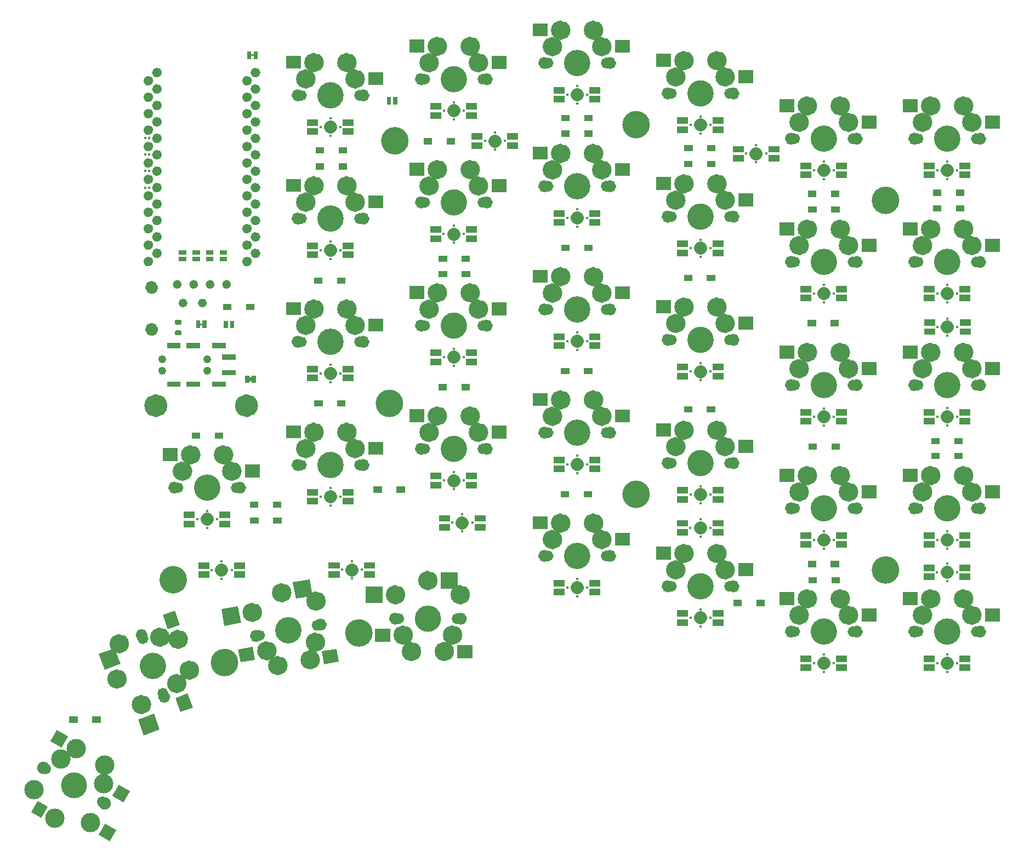
<source format=gbr>
%TF.GenerationSoftware,KiCad,Pcbnew,(6.0.4-0)*%
%TF.CreationDate,2022-08-10T17:19:40+09:00*%
%TF.ProjectId,KB62_L_rev1,4b423632-5f4c-45f7-9265-76312e6b6963,rev?*%
%TF.SameCoordinates,Original*%
%TF.FileFunction,Soldermask,Top*%
%TF.FilePolarity,Negative*%
%FSLAX46Y46*%
G04 Gerber Fmt 4.6, Leading zero omitted, Abs format (unit mm)*
G04 Created by KiCad (PCBNEW (6.0.4-0)) date 2022-08-10 17:19:40*
%MOMM*%
%LPD*%
G01*
G04 APERTURE LIST*
G04 Aperture macros list*
%AMRotRect*
0 Rectangle, with rotation*
0 The origin of the aperture is its center*
0 $1 length*
0 $2 width*
0 $3 Rotation angle, in degrees counterclockwise*
0 Add horizontal line*
21,1,$1,$2,0,0,$3*%
%AMFreePoly0*
4,1,34,0.201078,0.979575,0.387516,0.921863,0.559193,0.829038,0.709571,0.704634,0.832921,0.553392,0.924546,0.381070,0.980955,0.194234,1.000000,0.000000,0.999610,-0.027922,0.975149,-0.221548,0.913545,-0.406737,0.817145,-0.576432,0.689620,-0.724172,0.535827,-0.844328,0.361625,-0.932324,0.173648,-0.984808,-0.020942,-0.999781,-0.214735,-0.976672,-0.400349,-0.916363,-0.570714,-0.821149,
-0.719340,-0.694658,-0.840567,-0.541708,-0.929776,-0.368125,-0.983571,-0.180519,-0.999903,0.013962,-0.978148,0.207912,-0.919135,0.393942,-0.825113,0.564967,-0.699663,0.714473,-0.547563,0.836764,-0.374607,0.927184,-0.187381,0.982287,0.006981,0.999976,0.201078,0.979575,0.201078,0.979575,$1*%
%AMFreePoly1*
4,1,16,0.044650,0.194952,0.124776,0.156304,0.180215,0.086732,0.200000,0.000000,0.199999,-0.000698,0.179912,-0.087360,0.124230,-0.156739,0.043969,-0.195107,-0.044990,-0.194874,-0.125049,-0.156086,-0.180367,-0.086417,-0.200000,0.000349,-0.180064,0.087046,-0.124503,0.156522,-0.044310,0.195030,0.044650,0.194952,0.044650,0.194952,$1*%
G04 Aperture macros list end*
%ADD10C,0.000000*%
%ADD11C,1.500000*%
%ADD12C,0.950000*%
%ADD13C,0.600000*%
%ADD14C,2.050000*%
%ADD15C,0.850000*%
%ADD16C,0.698500*%
%ADD17C,0.762000*%
%ADD18C,1.000000*%
%ADD19C,2.150000*%
%ADD20C,1.800000*%
%ADD21FreePoly0,0.000000*%
%ADD22FreePoly1,0.000000*%
%ADD23C,1.210000*%
%ADD24O,1.800000X0.700000*%
%ADD25R,0.400000X0.375000*%
%ADD26C,1.700000*%
%ADD27C,3.000000*%
%ADD28C,4.000000*%
%ADD29C,1.900000*%
%ADD30RotRect,1.800000X2.000000X150.000000*%
%ADD31RotRect,2.000000X2.000000X150.000000*%
%ADD32R,1.400000X1.000000*%
G04 APERTURE END LIST*
D10*
G36*
X212261000Y-100005000D02*
G01*
X210561000Y-100005000D01*
X210561000Y-99005000D01*
X212261000Y-99005000D01*
X212261000Y-100005000D01*
G37*
G36*
X197476000Y-123450000D02*
G01*
X196176000Y-123450000D01*
X196176000Y-122500000D01*
X197476000Y-122500000D01*
X197476000Y-123450000D01*
G37*
D11*
X217451000Y-109275000D02*
G75*
G03*
X217451000Y-109275000I-750000J0D01*
G01*
X130901000Y-133945000D02*
G75*
G03*
X130901000Y-133945000I-750000J0D01*
G01*
X174271000Y-121325000D02*
G75*
G03*
X174271000Y-121325000I-750000J0D01*
G01*
D12*
X129356000Y-131405000D02*
G75*
G03*
X129356000Y-131405000I-475000J0D01*
G01*
D13*
X93200000Y-91299700D02*
G75*
G03*
X93200000Y-91299700I-300000J0D01*
G01*
D10*
G36*
X171511000Y-46084700D02*
G01*
X169211000Y-46084700D01*
X169211000Y-44084700D01*
X171511000Y-44084700D01*
X171511000Y-46084700D01*
G37*
G36*
X142411000Y-57364700D02*
G01*
X140711000Y-57364700D01*
X140711000Y-56364700D01*
X142411000Y-56364700D01*
X142411000Y-57364700D01*
G37*
D11*
X217451000Y-128325000D02*
G75*
G03*
X217451000Y-128325000I-750000J0D01*
G01*
D14*
X177086000Y-88304700D02*
G75*
G03*
X177086000Y-88304700I-1025000J0D01*
G01*
D15*
X191036000Y-76254700D02*
G75*
G03*
X191036000Y-76254700I-425000J0D01*
G01*
D10*
G36*
X174161000Y-93004700D02*
G01*
X172461000Y-93004700D01*
X172461000Y-92004700D01*
X174161000Y-92004700D01*
X174161000Y-93004700D01*
G37*
D11*
X136171000Y-100075000D02*
G75*
G03*
X136171000Y-100075000I-750000J0D01*
G01*
X211101000Y-54664700D02*
G75*
G03*
X211101000Y-54664700I-750000J0D01*
G01*
D10*
G36*
X111306000Y-114270000D02*
G01*
X110006000Y-114270000D01*
X110006000Y-113320000D01*
X111306000Y-113320000D01*
X111306000Y-114270000D01*
G37*
D11*
X129711000Y-127705000D02*
G75*
G03*
X129711000Y-127705000I-750000J0D01*
G01*
D12*
X171456000Y-88304700D02*
G75*
G03*
X171456000Y-88304700I-475000J0D01*
G01*
X200666000Y-114355000D02*
G75*
G03*
X200666000Y-114355000I-475000J0D01*
G01*
X124466000Y-88604700D02*
G75*
G03*
X124466000Y-88604700I-475000J0D01*
G01*
D15*
X180986000Y-50204700D02*
G75*
G03*
X180986000Y-50204700I-425000J0D01*
G01*
D10*
G36*
X95677630Y-132349240D02*
G01*
X93798240Y-133033280D01*
X93011600Y-130871980D01*
X94890980Y-130187940D01*
X95677630Y-132349240D01*
G37*
G36*
X197591000Y-105285000D02*
G01*
X196291000Y-105285000D01*
X196291000Y-104335000D01*
X197591000Y-104335000D01*
X197591000Y-105285000D01*
G37*
D11*
X199671000Y-130865000D02*
G75*
G03*
X199671000Y-130865000I-750000J0D01*
G01*
D10*
G36*
X217761000Y-80954700D02*
G01*
X216061000Y-80954700D01*
X216061000Y-79954700D01*
X217761000Y-79954700D01*
X217761000Y-80954700D01*
G37*
G36*
X203261000Y-74674700D02*
G01*
X200961000Y-74674700D01*
X200961000Y-72674700D01*
X203261000Y-72674700D01*
X203261000Y-74674700D01*
G37*
D11*
X179351000Y-64174700D02*
G75*
G03*
X179351000Y-64174700I-750000J0D01*
G01*
D10*
G36*
X96632400Y-76122580D02*
G01*
X95489400Y-76122580D01*
X95489400Y-75487580D01*
X96632400Y-75487580D01*
X96632400Y-76122580D01*
G37*
D15*
X114836000Y-107655000D02*
G75*
G03*
X114836000Y-107655000I-425000J0D01*
G01*
D10*
G36*
X174161000Y-73954700D02*
G01*
X172461000Y-73954700D01*
X172461000Y-72954700D01*
X174161000Y-72954700D01*
X174161000Y-73954700D01*
G37*
D11*
X218721000Y-130865000D02*
G75*
G03*
X218721000Y-130865000I-750000J0D01*
G01*
D10*
G36*
X178401000Y-59145400D02*
G01*
X177101000Y-59145400D01*
X177101000Y-58195400D01*
X178401000Y-58195400D01*
X178401000Y-59145400D01*
G37*
D14*
X158036000Y-45504700D02*
G75*
G03*
X158036000Y-45504700I-1025000J0D01*
G01*
D12*
X162566000Y-102655000D02*
G75*
G03*
X162566000Y-102655000I-475000J0D01*
G01*
D10*
G36*
X209611000Y-91184700D02*
G01*
X207311000Y-91184700D01*
X207311000Y-89184700D01*
X209611000Y-89184700D01*
X209611000Y-91184700D01*
G37*
G36*
X98750000Y-89599700D02*
G01*
X96650000Y-89599700D01*
X96650000Y-88799700D01*
X98750000Y-88799700D01*
X98750000Y-89599700D01*
G37*
G36*
X121491000Y-61975400D02*
G01*
X120191000Y-61975400D01*
X120191000Y-61025400D01*
X121491000Y-61025400D01*
X121491000Y-61975400D01*
G37*
D16*
X98129250Y-79729700D02*
G75*
G03*
X98129250Y-79729700I-349250J0D01*
G01*
D11*
X198401000Y-71174700D02*
G75*
G03*
X198401000Y-71174700I-750000J0D01*
G01*
X212371000Y-90224700D02*
G75*
G03*
X212371000Y-90224700I-750000J0D01*
G01*
D10*
G36*
X160611000Y-127805000D02*
G01*
X158911000Y-127805000D01*
X158911000Y-126805000D01*
X160611000Y-126805000D01*
X160611000Y-127805000D01*
G37*
G36*
X179661000Y-73954700D02*
G01*
X177961000Y-73954700D01*
X177961000Y-72954700D01*
X179661000Y-72954700D01*
X179661000Y-73954700D01*
G37*
D11*
X180621000Y-104815000D02*
G75*
G03*
X180621000Y-104815000I-750000J0D01*
G01*
X123471000Y-105115000D02*
G75*
G03*
X123471000Y-105115000I-750000J0D01*
G01*
D10*
G36*
X174791000Y-99535400D02*
G01*
X173491000Y-99535400D01*
X173491000Y-98585400D01*
X174791000Y-98585400D01*
X174791000Y-99535400D01*
G37*
G36*
X193211000Y-101405000D02*
G01*
X191511000Y-101405000D01*
X191511000Y-100405000D01*
X193211000Y-100405000D01*
X193211000Y-101405000D01*
G37*
D17*
X91161000Y-68571700D02*
G75*
G03*
X91161000Y-68571700I-381000J0D01*
G01*
D15*
X123836000Y-107655000D02*
G75*
G03*
X123836000Y-107655000I-425000J0D01*
G01*
D11*
X218721000Y-54664700D02*
G75*
G03*
X218721000Y-54664700I-750000J0D01*
G01*
D10*
G36*
X117011000Y-113755000D02*
G01*
X115311000Y-113755000D01*
X115311000Y-112755000D01*
X117011000Y-112755000D01*
X117011000Y-113755000D01*
G37*
D15*
X161936000Y-64554700D02*
G75*
G03*
X161936000Y-64554700I-425000J0D01*
G01*
D11*
X153951000Y-100115000D02*
G75*
G03*
X153951000Y-100115000I-750000J0D01*
G01*
D18*
X91790000Y-80199700D02*
G75*
G03*
X91790000Y-80199700I-500000J0D01*
G01*
D12*
X117879820Y-132321870D02*
G75*
G03*
X117879820Y-132321870I-475000J0D01*
G01*
D19*
X205711000Y-123880000D02*
G75*
G03*
X205711000Y-123880000I-1075000J0D01*
G01*
D10*
G36*
X212251000Y-125445000D02*
G01*
X210551000Y-125445000D01*
X210551000Y-124445000D01*
X212251000Y-124445000D01*
X212251000Y-125445000D01*
G37*
G36*
X155111000Y-108755000D02*
G01*
X153411000Y-108755000D01*
X153411000Y-107755000D01*
X155111000Y-107755000D01*
X155111000Y-108755000D01*
G37*
G36*
X185976000Y-129460000D02*
G01*
X184676000Y-129460000D01*
X184676000Y-128510000D01*
X185976000Y-128510000D01*
X185976000Y-129460000D01*
G37*
D19*
X205711000Y-66729700D02*
G75*
G03*
X205711000Y-66729700I-1075000J0D01*
G01*
D10*
G36*
X98778020Y-86476200D02*
G01*
X98143020Y-86476200D01*
X98143020Y-85333200D01*
X98778020Y-85333200D01*
X98778020Y-86476200D01*
G37*
D12*
X219716000Y-57204700D02*
G75*
G03*
X219716000Y-57204700I-475000J0D01*
G01*
D11*
X134711000Y-125505000D02*
G75*
G03*
X134711000Y-125505000I-750000J0D01*
G01*
X123471000Y-47964700D02*
G75*
G03*
X123471000Y-47964700I-750000J0D01*
G01*
X199671000Y-73714700D02*
G75*
G03*
X199671000Y-73714700I-750000J0D01*
G01*
D14*
X177086000Y-126405000D02*
G75*
G03*
X177086000Y-126405000I-1025000J0D01*
G01*
D10*
G36*
X104058880Y-86486200D02*
G01*
X103423880Y-86486200D01*
X103423880Y-85343200D01*
X104058880Y-85343200D01*
X104058880Y-86486200D01*
G37*
D11*
X134901000Y-64514700D02*
G75*
G03*
X134901000Y-64514700I-750000J0D01*
G01*
X86688710Y-140735920D02*
G75*
G03*
X86688710Y-140735920I-750000J0D01*
G01*
D10*
G36*
X146111000Y-46424700D02*
G01*
X143811000Y-46424700D01*
X143811000Y-44424700D01*
X146111000Y-44424700D01*
X146111000Y-46424700D01*
G37*
D11*
X180621000Y-47664700D02*
G75*
G03*
X180621000Y-47664700I-750000J0D01*
G01*
D15*
X200036000Y-95304700D02*
G75*
G03*
X200036000Y-95304700I-425000J0D01*
G01*
D17*
X92487400Y-69841700D02*
G75*
G03*
X92487400Y-69841700I-381000J0D01*
G01*
D10*
G36*
X160611000Y-126405000D02*
G01*
X158911000Y-126405000D01*
X158911000Y-125405000D01*
X160611000Y-125405000D01*
X160611000Y-126405000D01*
G37*
D12*
X133356000Y-48004700D02*
G75*
G03*
X133356000Y-48004700I-475000J0D01*
G01*
D10*
G36*
X179661000Y-54904700D02*
G01*
X177961000Y-54904700D01*
X177961000Y-53904700D01*
X179661000Y-53904700D01*
X179661000Y-54904700D01*
G37*
G36*
X100832500Y-76122580D02*
G01*
X99689500Y-76122580D01*
X99689500Y-75487580D01*
X100832500Y-75487580D01*
X100832500Y-76122580D01*
G37*
D11*
X179351000Y-102275000D02*
G75*
G03*
X179351000Y-102275000I-750000J0D01*
G01*
D10*
G36*
X97634460Y-145152060D02*
G01*
X95755080Y-145836100D01*
X94968430Y-143674810D01*
X96847820Y-142990770D01*
X97634460Y-145152060D01*
G37*
G36*
X152461000Y-98535000D02*
G01*
X150161000Y-98535000D01*
X150161000Y-96535000D01*
X152461000Y-96535000D01*
X152461000Y-98535000D01*
G37*
D11*
X117121000Y-45424700D02*
G75*
G03*
X117121000Y-45424700I-750000J0D01*
G01*
D10*
G36*
X193211000Y-63304700D02*
G01*
X191511000Y-63304700D01*
X191511000Y-62304700D01*
X193211000Y-62304700D01*
X193211000Y-63304700D01*
G37*
D16*
X95589250Y-79729700D02*
G75*
G03*
X95589250Y-79729700I-349250J0D01*
G01*
D10*
G36*
X217751000Y-125445000D02*
G01*
X216051000Y-125445000D01*
X216051000Y-124445000D01*
X217751000Y-124445000D01*
X217751000Y-125445000D01*
G37*
G36*
X178341000Y-99535400D02*
G01*
X177041000Y-99535400D01*
X177041000Y-98585400D01*
X178341000Y-98585400D01*
X178341000Y-99535400D01*
G37*
G36*
X198711000Y-82354700D02*
G01*
X197011000Y-82354700D01*
X197011000Y-81354700D01*
X198711000Y-81354700D01*
X198711000Y-82354700D01*
G37*
D11*
X117121000Y-102575000D02*
G75*
G03*
X117121000Y-102575000I-750000J0D01*
G01*
D10*
G36*
X147911000Y-58764700D02*
G01*
X146211000Y-58764700D01*
X146211000Y-57764700D01*
X147911000Y-57764700D01*
X147911000Y-58764700D01*
G37*
G36*
X141561000Y-90804700D02*
G01*
X139861000Y-90804700D01*
X139861000Y-89804700D01*
X141561000Y-89804700D01*
X141561000Y-90804700D01*
G37*
D15*
X180986000Y-69254700D02*
G75*
G03*
X180986000Y-69254700I-425000J0D01*
G01*
D10*
G36*
X125821000Y-125075000D02*
G01*
X124121000Y-125075000D01*
X124121000Y-124075000D01*
X125821000Y-124075000D01*
X125821000Y-125075000D01*
G37*
D11*
X212371000Y-52124700D02*
G75*
G03*
X212371000Y-52124700I-750000J0D01*
G01*
D15*
X142886000Y-105155000D02*
G75*
G03*
X142886000Y-105155000I-425000J0D01*
G01*
D17*
X106401000Y-50791700D02*
G75*
G03*
X106401000Y-50791700I-381000J0D01*
G01*
D12*
X181616000Y-126405000D02*
G75*
G03*
X181616000Y-126405000I-475000J0D01*
G01*
D17*
X92487400Y-59681700D02*
G75*
G03*
X92487400Y-59681700I-381000J0D01*
G01*
D14*
X119936000Y-69554700D02*
G75*
G03*
X119936000Y-69554700I-1025000J0D01*
G01*
D11*
X142521000Y-83564700D02*
G75*
G03*
X142521000Y-83564700I-750000J0D01*
G01*
X115851000Y-47964700D02*
G75*
G03*
X115851000Y-47964700I-750000J0D01*
G01*
D14*
X134986000Y-131405000D02*
G75*
G03*
X134986000Y-131405000I-1025000J0D01*
G01*
D11*
X96800900Y-108615000D02*
G75*
G03*
X96800900Y-108615000I-750000J0D01*
G01*
X160301000Y-78524700D02*
G75*
G03*
X160301000Y-78524700I-750000J0D01*
G01*
D10*
G36*
X106678120Y-44876200D02*
G01*
X106043120Y-44876200D01*
X106043120Y-43733200D01*
X106678120Y-43733200D01*
X106678120Y-44876200D01*
G37*
G36*
X146111000Y-84524700D02*
G01*
X143811000Y-84524700D01*
X143811000Y-82524700D01*
X146111000Y-82524700D01*
X146111000Y-84524700D01*
G37*
G36*
X212261000Y-101405000D02*
G01*
X210561000Y-101405000D01*
X210561000Y-100405000D01*
X212261000Y-100405000D01*
X212261000Y-101405000D01*
G37*
D12*
X190506000Y-76254700D02*
G75*
G03*
X190506000Y-76254700I-475000J0D01*
G01*
X90220440Y-133944360D02*
G75*
G03*
X90220440Y-133944360I-475000J0D01*
G01*
D10*
G36*
X188251000Y-59334700D02*
G01*
X186551000Y-59334700D01*
X186551000Y-58334700D01*
X188251000Y-58334700D01*
X188251000Y-59334700D01*
G37*
G36*
X125821000Y-123675000D02*
G01*
X124121000Y-123675000D01*
X124121000Y-122675000D01*
X125821000Y-122675000D01*
X125821000Y-123675000D01*
G37*
D11*
X199671000Y-111815000D02*
G75*
G03*
X199671000Y-111815000I-750000J0D01*
G01*
D10*
G36*
X171511000Y-84184700D02*
G01*
X169211000Y-84184700D01*
X169211000Y-82184700D01*
X171511000Y-82184700D01*
X171511000Y-84184700D01*
G37*
G36*
X203261000Y-131825000D02*
G01*
X200961000Y-131825000D01*
X200961000Y-129825000D01*
X203261000Y-129825000D01*
X203261000Y-131825000D01*
G37*
D19*
X167193000Y-112180000D02*
G75*
G03*
X167193000Y-112180000I-1075000J0D01*
G01*
D11*
X218721000Y-73714700D02*
G75*
G03*
X218721000Y-73714700I-750000J0D01*
G01*
D15*
X123836000Y-69554700D02*
G75*
G03*
X123836000Y-69554700I-425000J0D01*
G01*
D14*
X119936000Y-88604700D02*
G75*
G03*
X119936000Y-88604700I-1025000J0D01*
G01*
D15*
X152936000Y-121705000D02*
G75*
G03*
X152936000Y-121705000I-425000J0D01*
G01*
D17*
X92487400Y-74921700D02*
G75*
G03*
X92487400Y-74921700I-381000J0D01*
G01*
D10*
G36*
X222311000Y-93724700D02*
G01*
X220011000Y-93724700D01*
X220011000Y-91724700D01*
X222311000Y-91724700D01*
X222311000Y-93724700D01*
G37*
D12*
X219716000Y-95304700D02*
G75*
G03*
X219716000Y-95304700I-475000J0D01*
G01*
D10*
G36*
X179661000Y-93004700D02*
G01*
X177961000Y-93004700D01*
X177961000Y-92004700D01*
X179661000Y-92004700D01*
X179661000Y-93004700D01*
G37*
G36*
X159411000Y-74525400D02*
G01*
X158111000Y-74525400D01*
X158111000Y-73575400D01*
X159411000Y-73575400D01*
X159411000Y-74525400D01*
G37*
G36*
X174161000Y-132505000D02*
G01*
X172461000Y-132505000D01*
X172461000Y-131505000D01*
X174161000Y-131505000D01*
X174161000Y-132505000D01*
G37*
D11*
X193321000Y-71174700D02*
G75*
G03*
X193321000Y-71174700I-750000J0D01*
G01*
D10*
G36*
X165161000Y-82024700D02*
G01*
X162861000Y-82024700D01*
X162861000Y-80024700D01*
X165161000Y-80024700D01*
X165161000Y-82024700D01*
G37*
G36*
X217761000Y-61904700D02*
G01*
X216061000Y-61904700D01*
X216061000Y-60904700D01*
X217761000Y-60904700D01*
X217761000Y-61904700D01*
G37*
D15*
X142886000Y-48004700D02*
G75*
G03*
X142886000Y-48004700I-425000J0D01*
G01*
D11*
X212371000Y-109275000D02*
G75*
G03*
X212371000Y-109275000I-750000J0D01*
G01*
D10*
G36*
X136061000Y-111255000D02*
G01*
X134361000Y-111255000D01*
X134361000Y-110255000D01*
X136061000Y-110255000D01*
X136061000Y-111255000D01*
G37*
D15*
X191036000Y-95304700D02*
G75*
G03*
X191036000Y-95304700I-425000J0D01*
G01*
D10*
G36*
X212261000Y-138105000D02*
G01*
X210561000Y-138105000D01*
X210561000Y-137105000D01*
X212261000Y-137105000D01*
X212261000Y-138105000D01*
G37*
G36*
X138156000Y-58079700D02*
G01*
X136856000Y-58079700D01*
X136856000Y-57129700D01*
X138156000Y-57129700D01*
X138156000Y-58079700D01*
G37*
D17*
X106401000Y-68571700D02*
G75*
G03*
X106401000Y-68571700I-381000J0D01*
G01*
D12*
X200666000Y-95304700D02*
G75*
G03*
X200666000Y-95304700I-475000J0D01*
G01*
D10*
G36*
X141561000Y-111255000D02*
G01*
X139861000Y-111255000D01*
X139861000Y-110255000D01*
X141561000Y-110255000D01*
X141561000Y-111255000D01*
G37*
D11*
X155221000Y-97575000D02*
G75*
G03*
X155221000Y-97575000I-750000J0D01*
G01*
D10*
G36*
X159331000Y-112665000D02*
G01*
X158031000Y-112665000D01*
X158031000Y-111715000D01*
X159331000Y-111715000D01*
X159331000Y-112665000D01*
G37*
G36*
X198711000Y-138105000D02*
G01*
X197011000Y-138105000D01*
X197011000Y-137105000D01*
X198711000Y-137105000D01*
X198711000Y-138105000D01*
G37*
G36*
X102932500Y-75121820D02*
G01*
X101789500Y-75121820D01*
X101789500Y-74486820D01*
X102932500Y-74486820D01*
X102932500Y-75121820D01*
G37*
D17*
X107707400Y-52061700D02*
G75*
G03*
X107707400Y-52061700I-381000J0D01*
G01*
D10*
G36*
X193901000Y-86185400D02*
G01*
X192601000Y-86185400D01*
X192601000Y-85235400D01*
X193901000Y-85235400D01*
X193901000Y-86185400D01*
G37*
D12*
X181616000Y-69254700D02*
G75*
G03*
X181616000Y-69254700I-475000J0D01*
G01*
X219716000Y-133405000D02*
G75*
G03*
X219716000Y-133405000I-475000J0D01*
G01*
D15*
X104785900Y-111155000D02*
G75*
G03*
X104785900Y-111155000I-425000J0D01*
G01*
D10*
G36*
X159371000Y-93595400D02*
G01*
X158071000Y-93595400D01*
X158071000Y-92645400D01*
X159371000Y-92645400D01*
X159371000Y-93595400D01*
G37*
D14*
X138986000Y-67054700D02*
G75*
G03*
X138986000Y-67054700I-1025000J0D01*
G01*
D11*
X217451000Y-52124700D02*
G75*
G03*
X217451000Y-52124700I-750000J0D01*
G01*
D10*
G36*
X209611000Y-129285000D02*
G01*
X207311000Y-129285000D01*
X207311000Y-127285000D01*
X209611000Y-127285000D01*
X209611000Y-129285000D01*
G37*
D12*
X209556000Y-76254700D02*
G75*
G03*
X209556000Y-76254700I-475000J0D01*
G01*
X219716000Y-114355000D02*
G75*
G03*
X219716000Y-114355000I-475000J0D01*
G01*
D11*
X218721000Y-92764700D02*
G75*
G03*
X218721000Y-92764700I-750000J0D01*
G01*
D10*
G36*
X171511000Y-122285000D02*
G01*
X169211000Y-122285000D01*
X169211000Y-120285000D01*
X171511000Y-120285000D01*
X171511000Y-122285000D01*
G37*
G36*
X140441000Y-96095400D02*
G01*
X139141000Y-96095400D01*
X139141000Y-95145400D01*
X140441000Y-95145400D01*
X140441000Y-96095400D01*
G37*
D11*
X179351000Y-121325000D02*
G75*
G03*
X179351000Y-121325000I-750000J0D01*
G01*
X153951000Y-62014700D02*
G75*
G03*
X153951000Y-62014700I-750000J0D01*
G01*
D10*
G36*
X188251000Y-60734700D02*
G01*
X186551000Y-60734700D01*
X186551000Y-59734700D01*
X188251000Y-59734700D01*
X188251000Y-60734700D01*
G37*
G36*
X198711000Y-80954700D02*
G01*
X197011000Y-80954700D01*
X197011000Y-79954700D01*
X198711000Y-79954700D01*
X198711000Y-80954700D01*
G37*
G36*
X136061000Y-90804700D02*
G01*
X134361000Y-90804700D01*
X134361000Y-89804700D01*
X136061000Y-89804700D01*
X136061000Y-90804700D01*
G37*
D17*
X107707400Y-69841700D02*
G75*
G03*
X107707400Y-69841700I-381000J0D01*
G01*
D10*
G36*
X174161000Y-75354700D02*
G01*
X172461000Y-75354700D01*
X172461000Y-74354700D01*
X174161000Y-74354700D01*
X174161000Y-75354700D01*
G37*
G36*
X159391000Y-54485400D02*
G01*
X158091000Y-54485400D01*
X158091000Y-53535400D01*
X159391000Y-53535400D01*
X159391000Y-54485400D01*
G37*
G36*
X100832500Y-75121820D02*
G01*
X99689500Y-75121820D01*
X99689500Y-74486820D01*
X100832500Y-74486820D01*
X100832500Y-75121820D01*
G37*
G36*
X182751000Y-60734700D02*
G01*
X181051000Y-60734700D01*
X181051000Y-59734700D01*
X182751000Y-59734700D01*
X182751000Y-60734700D01*
G37*
D17*
X106401000Y-71111700D02*
G75*
G03*
X106401000Y-71111700I-381000J0D01*
G01*
D11*
X107585460Y-130428450D02*
G75*
G03*
X107585460Y-130428450I-750000J0D01*
G01*
D10*
G36*
X117011000Y-75654700D02*
G01*
X115311000Y-75654700D01*
X115311000Y-74654700D01*
X117011000Y-74654700D01*
X117011000Y-75654700D01*
G37*
D12*
X209556000Y-95304700D02*
G75*
G03*
X209556000Y-95304700I-475000J0D01*
G01*
D10*
G36*
X179651000Y-118565000D02*
G01*
X177951000Y-118565000D01*
X177951000Y-117565000D01*
X179651000Y-117565000D01*
X179651000Y-118565000D01*
G37*
G36*
X100211000Y-123695000D02*
G01*
X98511000Y-123695000D01*
X98511000Y-122695000D01*
X100211000Y-122695000D01*
X100211000Y-123695000D01*
G37*
D11*
X153951000Y-81064700D02*
G75*
G03*
X153951000Y-81064700I-750000J0D01*
G01*
D10*
G36*
X146111000Y-103575000D02*
G01*
X143811000Y-103575000D01*
X143811000Y-101575000D01*
X146111000Y-101575000D01*
X146111000Y-103575000D01*
G37*
G36*
X138561000Y-126805000D02*
G01*
X135961000Y-126805000D01*
X135961000Y-124205000D01*
X138561000Y-124205000D01*
X138561000Y-126805000D01*
G37*
G36*
X102351000Y-103565000D02*
G01*
X101051000Y-103565000D01*
X101051000Y-102615000D01*
X102351000Y-102615000D01*
X102351000Y-103565000D01*
G37*
D17*
X91161000Y-63491700D02*
G75*
G03*
X91161000Y-63491700I-381000J0D01*
G01*
D10*
G36*
X152461000Y-60434700D02*
G01*
X150161000Y-60434700D01*
X150161000Y-58434700D01*
X152461000Y-58434700D01*
X152461000Y-60434700D01*
G37*
G36*
X193211000Y-82354700D02*
G01*
X191511000Y-82354700D01*
X191511000Y-81354700D01*
X193211000Y-81354700D01*
X193211000Y-82354700D01*
G37*
D17*
X92487400Y-46981700D02*
G75*
G03*
X92487400Y-46981700I-381000J0D01*
G01*
D10*
G36*
X216571000Y-104425000D02*
G01*
X215271000Y-104425000D01*
X215271000Y-103475000D01*
X216571000Y-103475000D01*
X216571000Y-104425000D01*
G37*
G36*
X136061000Y-71754700D02*
G01*
X134361000Y-71754700D01*
X134361000Y-70754700D01*
X136061000Y-70754700D01*
X136061000Y-71754700D01*
G37*
G36*
X217781000Y-86124700D02*
G01*
X216081000Y-86124700D01*
X216081000Y-85124700D01*
X217781000Y-85124700D01*
X217781000Y-86124700D01*
G37*
D15*
X93446990Y-142946620D02*
G75*
G03*
X93446990Y-142946620I-425000J0D01*
G01*
X180986000Y-88304700D02*
G75*
G03*
X180986000Y-88304700I-425000J0D01*
G01*
D10*
G36*
X106378120Y-94966200D02*
G01*
X105743120Y-94966200D01*
X105743120Y-93823200D01*
X106378120Y-93823200D01*
X106378120Y-94966200D01*
G37*
G36*
X190561000Y-72134700D02*
G01*
X188261000Y-72134700D01*
X188261000Y-70134700D01*
X190561000Y-70134700D01*
X190561000Y-72134700D01*
G37*
D11*
X117345180Y-135043810D02*
G75*
G03*
X117345180Y-135043810I-750000J0D01*
G01*
D10*
G36*
X174151000Y-118565000D02*
G01*
X172451000Y-118565000D01*
X172451000Y-117565000D01*
X174151000Y-117565000D01*
X174151000Y-118565000D01*
G37*
D11*
X116535540Y-137765760D02*
G75*
G03*
X116535540Y-137765760I-750000J0D01*
G01*
D10*
G36*
X141561000Y-52704700D02*
G01*
X139861000Y-52704700D01*
X139861000Y-51704700D01*
X141561000Y-51704700D01*
X141561000Y-52704700D01*
G37*
G36*
X140486000Y-78639700D02*
G01*
X139186000Y-78639700D01*
X139186000Y-77689700D01*
X140486000Y-77689700D01*
X140486000Y-78639700D01*
G37*
G36*
X155111000Y-107355000D02*
G01*
X153411000Y-107355000D01*
X153411000Y-106355000D01*
X155111000Y-106355000D01*
X155111000Y-107355000D01*
G37*
D19*
X95701000Y-125390000D02*
G75*
G03*
X95701000Y-125390000I-1075000J0D01*
G01*
D15*
X171986000Y-50204700D02*
G75*
G03*
X171986000Y-50204700I-425000J0D01*
G01*
D10*
G36*
X217761000Y-82354700D02*
G01*
X216061000Y-82354700D01*
X216061000Y-81354700D01*
X217761000Y-81354700D01*
X217761000Y-82354700D01*
G37*
D15*
X152936000Y-102655000D02*
G75*
G03*
X152936000Y-102655000I-425000J0D01*
G01*
D11*
X115851000Y-105115000D02*
G75*
G03*
X115851000Y-105115000I-750000J0D01*
G01*
D15*
X129886000Y-131405000D02*
G75*
G03*
X129886000Y-131405000I-425000J0D01*
G01*
D10*
G36*
X179661000Y-113455000D02*
G01*
X177961000Y-113455000D01*
X177961000Y-112455000D01*
X179661000Y-112455000D01*
X179661000Y-113455000D01*
G37*
G36*
X117691000Y-79635400D02*
G01*
X116391000Y-79635400D01*
X116391000Y-78685400D01*
X117691000Y-78685400D01*
X117691000Y-79635400D01*
G37*
D17*
X107707400Y-49521700D02*
G75*
G03*
X107707400Y-49521700I-381000J0D01*
G01*
D10*
G36*
X120210660Y-138041530D02*
G01*
X117945600Y-138440920D01*
X117598310Y-136471310D01*
X119863360Y-136071920D01*
X120210660Y-138041530D01*
G37*
G36*
X134606000Y-58079700D02*
G01*
X133306000Y-58079700D01*
X133306000Y-57129700D01*
X134606000Y-57129700D01*
X134606000Y-58079700D01*
G37*
D11*
X86688710Y-140735920D02*
G75*
G03*
X86688710Y-140735920I-750000J0D01*
G01*
D10*
G36*
X197511000Y-66215400D02*
G01*
X196211000Y-66215400D01*
X196211000Y-65265400D01*
X197511000Y-65265400D01*
X197511000Y-66215400D01*
G37*
D12*
X114306000Y-88604700D02*
G75*
G03*
X114306000Y-88604700I-475000J0D01*
G01*
D10*
G36*
X104250000Y-91349700D02*
G01*
X102150000Y-91349700D01*
X102150000Y-90549700D01*
X104250000Y-90549700D01*
X104250000Y-91349700D01*
G37*
G36*
X117941000Y-61975400D02*
G01*
X116641000Y-61975400D01*
X116641000Y-61025400D01*
X117941000Y-61025400D01*
X117941000Y-61975400D01*
G37*
D17*
X107707400Y-54601700D02*
G75*
G03*
X107707400Y-54601700I-381000J0D01*
G01*
D12*
X171456000Y-126405000D02*
G75*
G03*
X171456000Y-126405000I-475000J0D01*
G01*
D11*
X173001000Y-47664700D02*
G75*
G03*
X173001000Y-47664700I-750000J0D01*
G01*
X122201000Y-83524700D02*
G75*
G03*
X122201000Y-83524700I-750000J0D01*
G01*
D10*
G36*
X136061000Y-54104700D02*
G01*
X134361000Y-54104700D01*
X134361000Y-53104700D01*
X136061000Y-53104700D01*
X136061000Y-54104700D01*
G37*
D15*
X200036000Y-57204700D02*
G75*
G03*
X200036000Y-57204700I-425000J0D01*
G01*
D10*
G36*
X160611000Y-50204700D02*
G01*
X158911000Y-50204700D01*
X158911000Y-49204700D01*
X160611000Y-49204700D01*
X160611000Y-50204700D01*
G37*
G36*
X133411000Y-81984700D02*
G01*
X131111000Y-81984700D01*
X131111000Y-79984700D01*
X133411000Y-79984700D01*
X133411000Y-81984700D01*
G37*
D15*
X133886000Y-48004700D02*
G75*
G03*
X133886000Y-48004700I-425000J0D01*
G01*
D10*
G36*
X107756000Y-114270000D02*
G01*
X106456000Y-114270000D01*
X106456000Y-113320000D01*
X107756000Y-113320000D01*
X107756000Y-114270000D01*
G37*
G36*
X197451000Y-86185400D02*
G01*
X196151000Y-86185400D01*
X196151000Y-85235400D01*
X197451000Y-85235400D01*
X197451000Y-86185400D01*
G37*
D17*
X92487400Y-67301700D02*
G75*
G03*
X92487400Y-67301700I-381000J0D01*
G01*
D10*
G36*
X155111000Y-50204700D02*
G01*
X153411000Y-50204700D01*
X153411000Y-49204700D01*
X155111000Y-49204700D01*
X155111000Y-50204700D01*
G37*
D11*
X141251000Y-81024700D02*
G75*
G03*
X141251000Y-81024700I-750000J0D01*
G01*
D10*
G36*
X212261000Y-61904700D02*
G01*
X210561000Y-61904700D01*
X210561000Y-60904700D01*
X212261000Y-60904700D01*
X212261000Y-61904700D01*
G37*
G36*
X159411000Y-56895400D02*
G01*
X158111000Y-56895400D01*
X158111000Y-55945400D01*
X159411000Y-55945400D01*
X159411000Y-56895400D01*
G37*
G36*
X117011000Y-112355000D02*
G01*
X115311000Y-112355000D01*
X115311000Y-111355000D01*
X117011000Y-111355000D01*
X117011000Y-112355000D01*
G37*
G36*
X193991000Y-68625400D02*
G01*
X192691000Y-68625400D01*
X192691000Y-67675400D01*
X193991000Y-67675400D01*
X193991000Y-68625400D01*
G37*
D11*
X180621000Y-85764700D02*
G75*
G03*
X180621000Y-85764700I-750000J0D01*
G01*
X211101000Y-73714700D02*
G75*
G03*
X211101000Y-73714700I-750000J0D01*
G01*
D10*
G36*
X103636000Y-83669700D02*
G01*
X102336000Y-83669700D01*
X102336000Y-82719700D01*
X103636000Y-82719700D01*
X103636000Y-83669700D01*
G37*
D16*
X103209250Y-79729700D02*
G75*
G03*
X103209250Y-79729700I-349250J0D01*
G01*
D11*
X134901000Y-83564700D02*
G75*
G03*
X134901000Y-83564700I-750000J0D01*
G01*
D12*
X133356000Y-86104700D02*
G75*
G03*
X133356000Y-86104700I-475000J0D01*
G01*
D15*
X142886000Y-86104700D02*
G75*
G03*
X142886000Y-86104700I-425000J0D01*
G01*
D13*
X93200000Y-93049700D02*
G75*
G03*
X93200000Y-93049700I-300000J0D01*
G01*
D12*
X143516000Y-67054700D02*
G75*
G03*
X143516000Y-67054700I-475000J0D01*
G01*
X114306000Y-50504700D02*
G75*
G03*
X114306000Y-50504700I-475000J0D01*
G01*
D17*
X106401000Y-48251700D02*
G75*
G03*
X106401000Y-48251700I-381000J0D01*
G01*
D11*
X212371000Y-71174700D02*
G75*
G03*
X212371000Y-71174700I-750000J0D01*
G01*
D10*
G36*
X122511000Y-55204700D02*
G01*
X120811000Y-55204700D01*
X120811000Y-54204700D01*
X122511000Y-54204700D01*
X122511000Y-55204700D01*
G37*
D14*
X215186000Y-95304700D02*
G75*
G03*
X215186000Y-95304700I-1025000J0D01*
G01*
D17*
X107707400Y-62221700D02*
G75*
G03*
X107707400Y-62221700I-381000J0D01*
G01*
D15*
X152936000Y-83604700D02*
G75*
G03*
X152936000Y-83604700I-425000J0D01*
G01*
D10*
G36*
X160611000Y-69254700D02*
G01*
X158911000Y-69254700D01*
X158911000Y-68254700D01*
X160611000Y-68254700D01*
X160611000Y-69254700D01*
G37*
D14*
X177086000Y-107355000D02*
G75*
G03*
X177086000Y-107355000I-1025000J0D01*
G01*
D10*
G36*
X203261000Y-112775000D02*
G01*
X200961000Y-112775000D01*
X200961000Y-110775000D01*
X203261000Y-110775000D01*
X203261000Y-112775000D01*
G37*
D12*
X181616000Y-50204700D02*
G75*
G03*
X181616000Y-50204700I-475000J0D01*
G01*
D11*
X137251000Y-136485000D02*
G75*
G03*
X137251000Y-136485000I-750000J0D01*
G01*
D10*
G36*
X212261000Y-139505000D02*
G01*
X210561000Y-139505000D01*
X210561000Y-138505000D01*
X212261000Y-138505000D01*
X212261000Y-139505000D01*
G37*
G36*
X152461000Y-117585000D02*
G01*
X150161000Y-117585000D01*
X150161000Y-115585000D01*
X152461000Y-115585000D01*
X152461000Y-117585000D01*
G37*
D11*
X173001000Y-66714700D02*
G75*
G03*
X173001000Y-66714700I-750000J0D01*
G01*
D10*
G36*
X117011000Y-56604700D02*
G01*
X115311000Y-56604700D01*
X115311000Y-55604700D01*
X117011000Y-55604700D01*
X117011000Y-56604700D01*
G37*
G36*
X155821000Y-93595400D02*
G01*
X154521000Y-93595400D01*
X154521000Y-92645400D01*
X155821000Y-92645400D01*
X155821000Y-93595400D01*
G37*
G36*
X222311000Y-55624700D02*
G01*
X220011000Y-55624700D01*
X220011000Y-53624700D01*
X222311000Y-53624700D01*
X222311000Y-55624700D01*
G37*
G36*
X212261000Y-119055000D02*
G01*
X210561000Y-119055000D01*
X210561000Y-118055000D01*
X212261000Y-118055000D01*
X212261000Y-119055000D01*
G37*
G36*
X198711000Y-119055000D02*
G01*
X197011000Y-119055000D01*
X197011000Y-118055000D01*
X198711000Y-118055000D01*
X198711000Y-119055000D01*
G37*
G36*
X165161000Y-62974700D02*
G01*
X162861000Y-62974700D01*
X162861000Y-60974700D01*
X165161000Y-60974700D01*
X165161000Y-62974700D01*
G37*
G36*
X212281000Y-86124700D02*
G01*
X210581000Y-86124700D01*
X210581000Y-85124700D01*
X212281000Y-85124700D01*
X212281000Y-86124700D01*
G37*
D14*
X158036000Y-64554700D02*
G75*
G03*
X158036000Y-64554700I-1025000J0D01*
G01*
D11*
X155221000Y-78524700D02*
G75*
G03*
X155221000Y-78524700I-750000J0D01*
G01*
X153951000Y-42964700D02*
G75*
G03*
X153951000Y-42964700I-750000J0D01*
G01*
D10*
G36*
X193211000Y-139505000D02*
G01*
X191511000Y-139505000D01*
X191511000Y-138505000D01*
X193211000Y-138505000D01*
X193211000Y-139505000D01*
G37*
G36*
X141561000Y-71754700D02*
G01*
X139861000Y-71754700D01*
X139861000Y-70754700D01*
X141561000Y-70754700D01*
X141561000Y-71754700D01*
G37*
G36*
X179661000Y-131105000D02*
G01*
X177961000Y-131105000D01*
X177961000Y-130105000D01*
X179661000Y-130105000D01*
X179661000Y-131105000D01*
G37*
G36*
X182426000Y-129460000D02*
G01*
X181126000Y-129460000D01*
X181126000Y-128510000D01*
X182426000Y-128510000D01*
X182426000Y-129460000D01*
G37*
D15*
X210086000Y-76254700D02*
G75*
G03*
X210086000Y-76254700I-425000J0D01*
G01*
D10*
G36*
X171511000Y-65134700D02*
G01*
X169211000Y-65134700D01*
X169211000Y-63134700D01*
X171511000Y-63134700D01*
X171511000Y-65134700D01*
G37*
D15*
X133886000Y-67054700D02*
G75*
G03*
X133886000Y-67054700I-425000J0D01*
G01*
D10*
G36*
X102932500Y-76122580D02*
G01*
X101789500Y-76122580D01*
X101789500Y-75487580D01*
X102932500Y-75487580D01*
X102932500Y-76122580D01*
G37*
G36*
X190561000Y-53084700D02*
G01*
X188261000Y-53084700D01*
X188261000Y-51084700D01*
X190561000Y-51084700D01*
X190561000Y-53084700D01*
G37*
G36*
X197566000Y-125910000D02*
G01*
X196266000Y-125910000D01*
X196266000Y-124960000D01*
X197566000Y-124960000D01*
X197566000Y-125910000D01*
G37*
D11*
X155221000Y-116625000D02*
G75*
G03*
X155221000Y-116625000I-750000J0D01*
G01*
D15*
X114836000Y-88604700D02*
G75*
G03*
X114836000Y-88604700I-425000J0D01*
G01*
D10*
G36*
X98750000Y-95549700D02*
G01*
X96650000Y-95549700D01*
X96650000Y-94749700D01*
X98750000Y-94749700D01*
X98750000Y-95549700D01*
G37*
G36*
X160611000Y-89704700D02*
G01*
X158911000Y-89704700D01*
X158911000Y-88704700D01*
X160611000Y-88704700D01*
X160611000Y-89704700D01*
G37*
G36*
X194016000Y-125910000D02*
G01*
X192716000Y-125910000D01*
X192716000Y-124960000D01*
X194016000Y-124960000D01*
X194016000Y-125910000D01*
G37*
G36*
X122511000Y-74254700D02*
G01*
X120811000Y-74254700D01*
X120811000Y-73254700D01*
X122511000Y-73254700D01*
X122511000Y-74254700D01*
G37*
G36*
X136891000Y-96095400D02*
G01*
X135591000Y-96095400D01*
X135591000Y-95145400D01*
X136891000Y-95145400D01*
X136891000Y-96095400D01*
G37*
D12*
X152406000Y-102655000D02*
G75*
G03*
X152406000Y-102655000I-475000J0D01*
G01*
D11*
X90466140Y-144681940D02*
G75*
G03*
X90466140Y-144681940I-750000J0D01*
G01*
X193321000Y-109275000D02*
G75*
G03*
X193321000Y-109275000I-750000J0D01*
G01*
D10*
G36*
X147911000Y-57364700D02*
G01*
X146211000Y-57364700D01*
X146211000Y-56364700D01*
X147911000Y-56364700D01*
X147911000Y-57364700D01*
G37*
D15*
X123836000Y-50504700D02*
G75*
G03*
X123836000Y-50504700I-425000J0D01*
G01*
D10*
G36*
X179661000Y-132505000D02*
G01*
X177961000Y-132505000D01*
X177961000Y-131505000D01*
X179661000Y-131505000D01*
X179661000Y-132505000D01*
G37*
D11*
X217451000Y-71174700D02*
G75*
G03*
X217451000Y-71174700I-750000J0D01*
G01*
D10*
G36*
X160611000Y-88304700D02*
G01*
X158911000Y-88304700D01*
X158911000Y-87304700D01*
X160611000Y-87304700D01*
X160611000Y-88304700D01*
G37*
D15*
X180986000Y-107355000D02*
G75*
G03*
X180986000Y-107355000I-425000J0D01*
G01*
D11*
X198401000Y-52124700D02*
G75*
G03*
X198401000Y-52124700I-750000J0D01*
G01*
D10*
G36*
X103460900Y-115855000D02*
G01*
X101760900Y-115855000D01*
X101760900Y-114855000D01*
X103460900Y-114855000D01*
X103460900Y-115855000D01*
G37*
D12*
X190506000Y-133405000D02*
G75*
G03*
X190506000Y-133405000I-475000J0D01*
G01*
D11*
X161571000Y-81064700D02*
G75*
G03*
X161571000Y-81064700I-750000J0D01*
G01*
D14*
X119936000Y-50504700D02*
G75*
G03*
X119936000Y-50504700I-1025000J0D01*
G01*
D15*
X191036000Y-133405000D02*
G75*
G03*
X191036000Y-133405000I-425000J0D01*
G01*
D11*
X192051000Y-130865000D02*
G75*
G03*
X192051000Y-130865000I-750000J0D01*
G01*
D15*
X210086000Y-95304700D02*
G75*
G03*
X210086000Y-95304700I-425000J0D01*
G01*
X133886000Y-105155000D02*
G75*
G03*
X133886000Y-105155000I-425000J0D01*
G01*
D10*
G36*
X155111000Y-126405000D02*
G01*
X153411000Y-126405000D01*
X153411000Y-125405000D01*
X155111000Y-125405000D01*
X155111000Y-126405000D01*
G37*
D12*
X200666000Y-57204700D02*
G75*
G03*
X200666000Y-57204700I-475000J0D01*
G01*
D11*
X173001000Y-123865000D02*
G75*
G03*
X173001000Y-123865000I-750000J0D01*
G01*
D10*
G36*
X209611000Y-110235000D02*
G01*
X207311000Y-110235000D01*
X207311000Y-108235000D01*
X209611000Y-108235000D01*
X209611000Y-110235000D01*
G37*
G36*
X130406000Y-111930000D02*
G01*
X129106000Y-111930000D01*
X129106000Y-110980000D01*
X130406000Y-110980000D01*
X130406000Y-111930000D01*
G37*
G36*
X155111000Y-89704700D02*
G01*
X153411000Y-89704700D01*
X153411000Y-88704700D01*
X155111000Y-88704700D01*
X155111000Y-89704700D01*
G37*
D11*
X198401000Y-128325000D02*
G75*
G03*
X198401000Y-128325000I-750000J0D01*
G01*
D10*
G36*
X117011000Y-94704700D02*
G01*
X115311000Y-94704700D01*
X115311000Y-93704700D01*
X117011000Y-93704700D01*
X117011000Y-94704700D01*
G37*
D17*
X91161000Y-55871700D02*
G75*
G03*
X91161000Y-55871700I-381000J0D01*
G01*
D11*
X139711000Y-127705000D02*
G75*
G03*
X139711000Y-127705000I-750000J0D01*
G01*
D15*
X161936000Y-83604700D02*
G75*
G03*
X161936000Y-83604700I-425000J0D01*
G01*
D12*
X152406000Y-45504700D02*
G75*
G03*
X152406000Y-45504700I-475000J0D01*
G01*
D10*
G36*
X213021000Y-104425000D02*
G01*
X211721000Y-104425000D01*
X211721000Y-103475000D01*
X213021000Y-103475000D01*
X213021000Y-104425000D01*
G37*
G36*
X117011000Y-93304700D02*
G01*
X115311000Y-93304700D01*
X115311000Y-92304700D01*
X117011000Y-92304700D01*
X117011000Y-93304700D01*
G37*
G36*
X136061000Y-92204700D02*
G01*
X134361000Y-92204700D01*
X134361000Y-91204700D01*
X136061000Y-91204700D01*
X136061000Y-92204700D01*
G37*
G36*
X108010900Y-109575000D02*
G01*
X105710900Y-109575000D01*
X105710900Y-107575000D01*
X108010900Y-107575000D01*
X108010900Y-109575000D01*
G37*
G36*
X213021000Y-106695000D02*
G01*
X211721000Y-106695000D01*
X211721000Y-105745000D01*
X213021000Y-105745000D01*
X213021000Y-106695000D01*
G37*
D15*
X191036000Y-57204700D02*
G75*
G03*
X191036000Y-57204700I-425000J0D01*
G01*
D10*
G36*
X182751000Y-59334700D02*
G01*
X181051000Y-59334700D01*
X181051000Y-58334700D01*
X182751000Y-58334700D01*
X182751000Y-59334700D01*
G37*
G36*
X165161000Y-43924700D02*
G01*
X162861000Y-43924700D01*
X162861000Y-41924700D01*
X165161000Y-41924700D01*
X165161000Y-43924700D01*
G37*
G36*
X141561000Y-54104700D02*
G01*
X139861000Y-54104700D01*
X139861000Y-53104700D01*
X141561000Y-53104700D01*
X141561000Y-54104700D01*
G37*
G36*
X117941000Y-59455400D02*
G01*
X116641000Y-59455400D01*
X116641000Y-58505400D01*
X117941000Y-58505400D01*
X117941000Y-59455400D01*
G37*
D11*
X136171000Y-42924700D02*
G75*
G03*
X136171000Y-42924700I-750000J0D01*
G01*
D10*
G36*
X107051500Y-44429700D02*
G01*
X106670500Y-44429700D01*
X106670500Y-44179700D01*
X107051500Y-44179700D01*
X107051500Y-44429700D01*
G37*
G36*
X216571000Y-106695000D02*
G01*
X215271000Y-106695000D01*
X215271000Y-105745000D01*
X216571000Y-105745000D01*
X216571000Y-106695000D01*
G37*
G36*
X126961000Y-129005000D02*
G01*
X124361000Y-129005000D01*
X124361000Y-126405000D01*
X126961000Y-126405000D01*
X126961000Y-129005000D01*
G37*
D17*
X92487400Y-54601700D02*
G75*
G03*
X92487400Y-54601700I-381000J0D01*
G01*
D12*
X143516000Y-105155000D02*
G75*
G03*
X143516000Y-105155000I-475000J0D01*
G01*
D11*
X122201000Y-64474700D02*
G75*
G03*
X122201000Y-64474700I-750000J0D01*
G01*
D10*
G36*
X193211000Y-61904700D02*
G01*
X191511000Y-61904700D01*
X191511000Y-60904700D01*
X193211000Y-60904700D01*
X193211000Y-61904700D01*
G37*
G36*
X222311000Y-112775000D02*
G01*
X220011000Y-112775000D01*
X220011000Y-110775000D01*
X222311000Y-110775000D01*
X222311000Y-112775000D01*
G37*
D11*
X179351000Y-83224700D02*
G75*
G03*
X179351000Y-83224700I-750000J0D01*
G01*
D10*
G36*
X217761000Y-63304700D02*
G01*
X216061000Y-63304700D01*
X216061000Y-62304700D01*
X217761000Y-62304700D01*
X217761000Y-63304700D01*
G37*
D17*
X92487400Y-62221700D02*
G75*
G03*
X92487400Y-62221700I-381000J0D01*
G01*
D10*
G36*
X184211000Y-105775000D02*
G01*
X181911000Y-105775000D01*
X181911000Y-103775000D01*
X184211000Y-103775000D01*
X184211000Y-105775000D01*
G37*
G36*
X222311000Y-74674700D02*
G01*
X220011000Y-74674700D01*
X220011000Y-72674700D01*
X222311000Y-72674700D01*
X222311000Y-74674700D01*
G37*
G36*
X217751000Y-124045000D02*
G01*
X216051000Y-124045000D01*
X216051000Y-123045000D01*
X217751000Y-123045000D01*
X217751000Y-124045000D01*
G37*
D15*
X161936000Y-45504700D02*
G75*
G03*
X161936000Y-45504700I-425000J0D01*
G01*
D10*
G36*
X198711000Y-61904700D02*
G01*
X197011000Y-61904700D01*
X197011000Y-60904700D01*
X198711000Y-60904700D01*
X198711000Y-61904700D01*
G37*
G36*
X179651000Y-117165000D02*
G01*
X177951000Y-117165000D01*
X177951000Y-116165000D01*
X179651000Y-116165000D01*
X179651000Y-117165000D01*
G37*
G36*
X213241000Y-68455400D02*
G01*
X211941000Y-68455400D01*
X211941000Y-67505400D01*
X213241000Y-67505400D01*
X213241000Y-68455400D01*
G37*
D12*
X124466000Y-69554700D02*
G75*
G03*
X124466000Y-69554700I-475000J0D01*
G01*
D10*
G36*
X212261000Y-63304700D02*
G01*
X210561000Y-63304700D01*
X210561000Y-62304700D01*
X212261000Y-62304700D01*
X212261000Y-63304700D01*
G37*
D12*
X162566000Y-64554700D02*
G75*
G03*
X162566000Y-64554700I-475000J0D01*
G01*
D15*
X152936000Y-64554700D02*
G75*
G03*
X152936000Y-64554700I-425000J0D01*
G01*
D10*
G36*
X193211000Y-120455000D02*
G01*
X191511000Y-120455000D01*
X191511000Y-119455000D01*
X193211000Y-119455000D01*
X193211000Y-120455000D01*
G37*
D11*
X161571000Y-62014700D02*
G75*
G03*
X161571000Y-62014700I-750000J0D01*
G01*
D10*
G36*
X133411000Y-62934700D02*
G01*
X131111000Y-62934700D01*
X131111000Y-60934700D01*
X133411000Y-60934700D01*
X133411000Y-62934700D01*
G37*
G36*
X155111000Y-127805000D02*
G01*
X153411000Y-127805000D01*
X153411000Y-126805000D01*
X155111000Y-126805000D01*
X155111000Y-127805000D01*
G37*
D12*
X124466000Y-107655000D02*
G75*
G03*
X124466000Y-107655000I-475000J0D01*
G01*
X162566000Y-83604700D02*
G75*
G03*
X162566000Y-83604700I-475000J0D01*
G01*
D10*
G36*
X104250000Y-93799700D02*
G01*
X102150000Y-93799700D01*
X102150000Y-92999700D01*
X104250000Y-92999700D01*
X104250000Y-93799700D01*
G37*
G36*
X127061000Y-67974700D02*
G01*
X124761000Y-67974700D01*
X124761000Y-65974700D01*
X127061000Y-65974700D01*
X127061000Y-67974700D01*
G37*
G36*
X96632400Y-75121820D02*
G01*
X95489400Y-75121820D01*
X95489400Y-74486820D01*
X96632400Y-74486820D01*
X96632400Y-75121820D01*
G37*
D15*
X210086000Y-57204700D02*
G75*
G03*
X210086000Y-57204700I-425000J0D01*
G01*
D10*
G36*
X107816000Y-116710000D02*
G01*
X106516000Y-116710000D01*
X106516000Y-115760000D01*
X107816000Y-115760000D01*
X107816000Y-116710000D01*
G37*
D17*
X107707400Y-46981700D02*
G75*
G03*
X107707400Y-46981700I-381000J0D01*
G01*
D11*
X192051000Y-73714700D02*
G75*
G03*
X192051000Y-73714700I-750000J0D01*
G01*
D10*
G36*
X193211000Y-138105000D02*
G01*
X191511000Y-138105000D01*
X191511000Y-137105000D01*
X193211000Y-137105000D01*
X193211000Y-138105000D01*
G37*
G36*
X209611000Y-72134700D02*
G01*
X207311000Y-72134700D01*
X207311000Y-70134700D01*
X209611000Y-70134700D01*
X209611000Y-72134700D01*
G37*
D19*
X103615000Y-138193000D02*
G75*
G03*
X103615000Y-138193000I-1075000J0D01*
G01*
D11*
X179351000Y-45124700D02*
G75*
G03*
X179351000Y-45124700I-750000J0D01*
G01*
X211101000Y-130865000D02*
G75*
G03*
X211101000Y-130865000I-750000J0D01*
G01*
D10*
G36*
X136061000Y-109855000D02*
G01*
X134361000Y-109855000D01*
X134361000Y-108855000D01*
X136061000Y-108855000D01*
X136061000Y-109855000D01*
G37*
D14*
X177086000Y-69254700D02*
G75*
G03*
X177086000Y-69254700I-1025000J0D01*
G01*
D17*
X107707400Y-74921700D02*
G75*
G03*
X107707400Y-74921700I-381000J0D01*
G01*
D12*
X209556000Y-114355000D02*
G75*
G03*
X209556000Y-114355000I-475000J0D01*
G01*
D17*
X106401000Y-55871700D02*
G75*
G03*
X106401000Y-55871700I-381000J0D01*
G01*
D12*
X105415900Y-111155000D02*
G75*
G03*
X105415900Y-111155000I-475000J0D01*
G01*
D11*
X103150900Y-106075000D02*
G75*
G03*
X103150900Y-106075000I-750000J0D01*
G01*
X174271000Y-83224700D02*
G75*
G03*
X174271000Y-83224700I-750000J0D01*
G01*
D15*
X152936000Y-45504700D02*
G75*
G03*
X152936000Y-45504700I-425000J0D01*
G01*
D11*
X117121000Y-83524700D02*
G75*
G03*
X117121000Y-83524700I-750000J0D01*
G01*
D12*
X190506000Y-95304700D02*
G75*
G03*
X190506000Y-95304700I-475000J0D01*
G01*
D11*
X161571000Y-100115000D02*
G75*
G03*
X161571000Y-100115000I-750000J0D01*
G01*
D10*
G36*
X100211000Y-125095000D02*
G01*
X98511000Y-125095000D01*
X98511000Y-124095000D01*
X100211000Y-124095000D01*
X100211000Y-125095000D01*
G37*
G36*
X212281000Y-87524700D02*
G01*
X210581000Y-87524700D01*
X210581000Y-86524700D01*
X212281000Y-86524700D01*
X212281000Y-87524700D01*
G37*
G36*
X209611000Y-53084700D02*
G01*
X207311000Y-53084700D01*
X207311000Y-51084700D01*
X209611000Y-51084700D01*
X209611000Y-53084700D01*
G37*
D15*
X219086000Y-95304700D02*
G75*
G03*
X219086000Y-95304700I-425000J0D01*
G01*
D19*
X124371000Y-133613000D02*
G75*
G03*
X124371000Y-133613000I-1075000J0D01*
G01*
D15*
X219086000Y-76254700D02*
G75*
G03*
X219086000Y-76254700I-425000J0D01*
G01*
D10*
G36*
X217761000Y-139505000D02*
G01*
X216061000Y-139505000D01*
X216061000Y-138505000D01*
X217761000Y-138505000D01*
X217761000Y-139505000D01*
G37*
D17*
X91161000Y-48251700D02*
G75*
G03*
X91161000Y-48251700I-381000J0D01*
G01*
D10*
G36*
X212251000Y-124045000D02*
G01*
X210551000Y-124045000D01*
X210551000Y-123045000D01*
X212251000Y-123045000D01*
X212251000Y-124045000D01*
G37*
D15*
X171986000Y-126405000D02*
G75*
G03*
X171986000Y-126405000I-425000J0D01*
G01*
D11*
X134711000Y-125505000D02*
G75*
G03*
X134711000Y-125505000I-750000J0D01*
G01*
X112127480Y-127393630D02*
G75*
G03*
X112127480Y-127393630I-750000J0D01*
G01*
D10*
G36*
X213261000Y-66035400D02*
G01*
X211961000Y-66035400D01*
X211961000Y-65085400D01*
X213261000Y-65085400D01*
X213261000Y-66035400D01*
G37*
D11*
X199671000Y-54664700D02*
G75*
G03*
X199671000Y-54664700I-750000J0D01*
G01*
D10*
G36*
X198711000Y-63304700D02*
G01*
X197011000Y-63304700D01*
X197011000Y-62304700D01*
X198711000Y-62304700D01*
X198711000Y-63304700D01*
G37*
D15*
X180986000Y-126405000D02*
G75*
G03*
X180986000Y-126405000I-425000J0D01*
G01*
D10*
G36*
X116133330Y-127875100D02*
G01*
X113572830Y-128326590D01*
X113121350Y-125766090D01*
X115681850Y-125314600D01*
X116133330Y-127875100D01*
G37*
G36*
X140811000Y-137525000D02*
G01*
X138511000Y-137525000D01*
X138511000Y-135525000D01*
X140811000Y-135525000D01*
X140811000Y-137525000D01*
G37*
D15*
X114836000Y-69554700D02*
G75*
G03*
X114836000Y-69554700I-425000J0D01*
G01*
D14*
X215186000Y-114355000D02*
G75*
G03*
X215186000Y-114355000I-1025000J0D01*
G01*
D17*
X107707400Y-57141700D02*
G75*
G03*
X107707400Y-57141700I-381000J0D01*
G01*
D10*
G36*
X193211000Y-100005000D02*
G01*
X191511000Y-100005000D01*
X191511000Y-99005000D01*
X193211000Y-99005000D01*
X193211000Y-100005000D01*
G37*
D15*
X133886000Y-86104700D02*
G75*
G03*
X133886000Y-86104700I-425000J0D01*
G01*
D10*
G36*
X179661000Y-56304700D02*
G01*
X177961000Y-56304700D01*
X177961000Y-55304700D01*
X179661000Y-55304700D01*
X179661000Y-56304700D01*
G37*
D17*
X91161000Y-50791700D02*
G75*
G03*
X91161000Y-50791700I-381000J0D01*
G01*
D12*
X181616000Y-88304700D02*
G75*
G03*
X181616000Y-88304700I-475000J0D01*
G01*
D10*
G36*
X216811000Y-66035400D02*
G01*
X215511000Y-66035400D01*
X215511000Y-65085400D01*
X216811000Y-65085400D01*
X216811000Y-66035400D01*
G37*
G36*
X179661000Y-112055000D02*
G01*
X177961000Y-112055000D01*
X177961000Y-111055000D01*
X179661000Y-111055000D01*
X179661000Y-112055000D01*
G37*
G36*
X107678880Y-44876200D02*
G01*
X107043880Y-44876200D01*
X107043880Y-43733200D01*
X107678880Y-43733200D01*
X107678880Y-44876200D01*
G37*
D11*
X160301000Y-40424700D02*
G75*
G03*
X160301000Y-40424700I-750000J0D01*
G01*
D10*
G36*
X136916000Y-76269700D02*
G01*
X135616000Y-76269700D01*
X135616000Y-75319700D01*
X136916000Y-75319700D01*
X136916000Y-76269700D01*
G37*
D15*
X191036000Y-114355000D02*
G75*
G03*
X191036000Y-114355000I-425000J0D01*
G01*
D10*
G36*
X121241000Y-79635400D02*
G01*
X119941000Y-79635400D01*
X119941000Y-78685400D01*
X121241000Y-78685400D01*
X121241000Y-79635400D01*
G37*
D11*
X97875270Y-139367360D02*
G75*
G03*
X97875270Y-139367360I-750000J0D01*
G01*
D10*
G36*
X198711000Y-101405000D02*
G01*
X197011000Y-101405000D01*
X197011000Y-100405000D01*
X198711000Y-100405000D01*
X198711000Y-101405000D01*
G37*
G36*
X103460900Y-117255000D02*
G01*
X101760900Y-117255000D01*
X101760900Y-116255000D01*
X103460900Y-116255000D01*
X103460900Y-117255000D01*
G37*
D17*
X107707400Y-72381700D02*
G75*
G03*
X107707400Y-72381700I-381000J0D01*
G01*
D15*
X117258640Y-132422580D02*
G75*
G03*
X117258640Y-132422580I-425000J0D01*
G01*
D11*
X160301000Y-59474700D02*
G75*
G03*
X160301000Y-59474700I-750000J0D01*
G01*
D10*
G36*
X111366000Y-116710000D02*
G01*
X110066000Y-116710000D01*
X110066000Y-115760000D01*
X111366000Y-115760000D01*
X111366000Y-116710000D01*
G37*
D17*
X92487400Y-57141700D02*
G75*
G03*
X92487400Y-57141700I-381000J0D01*
G01*
D10*
G36*
X184211000Y-67674700D02*
G01*
X181911000Y-67674700D01*
X181911000Y-65674700D01*
X184211000Y-65674700D01*
X184211000Y-67674700D01*
G37*
D14*
X113427000Y-133204000D02*
G75*
G03*
X113427000Y-133204000I-1025000J0D01*
G01*
D11*
X174271000Y-102275000D02*
G75*
G03*
X174271000Y-102275000I-750000J0D01*
G01*
D17*
X92487400Y-64761700D02*
G75*
G03*
X92487400Y-64761700I-381000J0D01*
G01*
D14*
X196136000Y-133405000D02*
G75*
G03*
X196136000Y-133405000I-1025000J0D01*
G01*
D10*
G36*
X128238120Y-51926200D02*
G01*
X127603120Y-51926200D01*
X127603120Y-50783200D01*
X128238120Y-50783200D01*
X128238120Y-51926200D01*
G37*
G36*
X121491000Y-59455400D02*
G01*
X120191000Y-59455400D01*
X120191000Y-58505400D01*
X121491000Y-58505400D01*
X121491000Y-59455400D01*
G37*
D11*
X87045940Y-135285010D02*
G75*
G03*
X87045940Y-135285010I-750000J0D01*
G01*
D10*
G36*
X217761000Y-100005000D02*
G01*
X216061000Y-100005000D01*
X216061000Y-99005000D01*
X217761000Y-99005000D01*
X217761000Y-100005000D01*
G37*
D11*
X142521000Y-64514700D02*
G75*
G03*
X142521000Y-64514700I-750000J0D01*
G01*
D12*
X152406000Y-121705000D02*
G75*
G03*
X152406000Y-121705000I-475000J0D01*
G01*
D10*
G36*
X174161000Y-113455000D02*
G01*
X172461000Y-113455000D01*
X172461000Y-112455000D01*
X174161000Y-112455000D01*
X174161000Y-113455000D01*
G37*
D19*
X129929000Y-57529700D02*
G75*
G03*
X129929000Y-57529700I-1075000J0D01*
G01*
D10*
G36*
X127061000Y-48924700D02*
G01*
X124761000Y-48924700D01*
X124761000Y-46924700D01*
X127061000Y-46924700D01*
X127061000Y-48924700D01*
G37*
D11*
X123471000Y-86064700D02*
G75*
G03*
X123471000Y-86064700I-750000J0D01*
G01*
D10*
G36*
X106761000Y-94694700D02*
G01*
X106361000Y-94694700D01*
X106361000Y-94094700D01*
X106761000Y-94094700D01*
X106761000Y-94694700D01*
G37*
G36*
X98801000Y-103565000D02*
G01*
X97501000Y-103565000D01*
X97501000Y-102615000D01*
X98801000Y-102615000D01*
X98801000Y-103565000D01*
G37*
D17*
X107707400Y-67301700D02*
G75*
G03*
X107707400Y-67301700I-381000J0D01*
G01*
D10*
G36*
X217761000Y-120455000D02*
G01*
X216061000Y-120455000D01*
X216061000Y-119455000D01*
X217761000Y-119455000D01*
X217761000Y-120455000D01*
G37*
G36*
X95310900Y-107035000D02*
G01*
X93010900Y-107035000D01*
X93010900Y-105035000D01*
X95310900Y-105035000D01*
X95310900Y-107035000D01*
G37*
D11*
X193321000Y-52124700D02*
G75*
G03*
X193321000Y-52124700I-750000J0D01*
G01*
D13*
X100200000Y-93049700D02*
G75*
G03*
X100200000Y-93049700I-300000J0D01*
G01*
D10*
G36*
X99151400Y-86029700D02*
G01*
X98770400Y-86029700D01*
X98770400Y-85779700D01*
X99151400Y-85779700D01*
X99151400Y-86029700D01*
G37*
G36*
X155861000Y-56895400D02*
G01*
X154561000Y-56895400D01*
X154561000Y-55945400D01*
X155861000Y-55945400D01*
X155861000Y-56895400D01*
G37*
D11*
X180621000Y-66714700D02*
G75*
G03*
X180621000Y-66714700I-750000J0D01*
G01*
D10*
G36*
X95700630Y-86822740D02*
G01*
X95734300Y-86831760D01*
X95765900Y-86846490D01*
X95794460Y-86866490D01*
X95819110Y-86891140D01*
X95839110Y-86919700D01*
X95853840Y-86951300D01*
X95862860Y-86984970D01*
X95865900Y-87019700D01*
X95865900Y-87419700D01*
X95862860Y-87454430D01*
X95853840Y-87488100D01*
X95839110Y-87519700D01*
X95819110Y-87548260D01*
X95794460Y-87572910D01*
X95765900Y-87592910D01*
X95734300Y-87607640D01*
X95700630Y-87616660D01*
X95665900Y-87619700D01*
X95115900Y-87619700D01*
X95081170Y-87616660D01*
X95047500Y-87607640D01*
X95015900Y-87592910D01*
X94987340Y-87572910D01*
X94962690Y-87548260D01*
X94942690Y-87519700D01*
X94927960Y-87488100D01*
X94918940Y-87454430D01*
X94915900Y-87419700D01*
X94915900Y-87019700D01*
X94918940Y-86984970D01*
X94927960Y-86951300D01*
X94942690Y-86919700D01*
X94962690Y-86891140D01*
X94987340Y-86866490D01*
X95015900Y-86846490D01*
X95047500Y-86831760D01*
X95081170Y-86822740D01*
X95115900Y-86819700D01*
X95665900Y-86819700D01*
X95700630Y-86822740D01*
G37*
D14*
X138986000Y-48004700D02*
G75*
G03*
X138986000Y-48004700I-1025000J0D01*
G01*
D10*
G36*
X179661000Y-94404700D02*
G01*
X177961000Y-94404700D01*
X177961000Y-93404700D01*
X179661000Y-93404700D01*
X179661000Y-94404700D01*
G37*
D11*
X111532720Y-138647890D02*
G75*
G03*
X111532720Y-138647890I-750000J0D01*
G01*
X198401000Y-109275000D02*
G75*
G03*
X198401000Y-109275000I-750000J0D01*
G01*
D14*
X215186000Y-57204700D02*
G75*
G03*
X215186000Y-57204700I-1025000J0D01*
G01*
X138986000Y-86104700D02*
G75*
G03*
X138986000Y-86104700I-1025000J0D01*
G01*
D10*
G36*
X155111000Y-51604700D02*
G01*
X153411000Y-51604700D01*
X153411000Y-50604700D01*
X155111000Y-50604700D01*
X155111000Y-51604700D01*
G37*
D14*
X158036000Y-83604700D02*
G75*
G03*
X158036000Y-83604700I-1025000J0D01*
G01*
D10*
G36*
X155841000Y-54485400D02*
G01*
X154541000Y-54485400D01*
X154541000Y-53535400D01*
X155841000Y-53535400D01*
X155841000Y-54485400D01*
G37*
D12*
X181616000Y-107355000D02*
G75*
G03*
X181616000Y-107355000I-475000J0D01*
G01*
D10*
G36*
X217781000Y-87524700D02*
G01*
X216081000Y-87524700D01*
X216081000Y-86524700D01*
X217781000Y-86524700D01*
X217781000Y-87524700D01*
G37*
D11*
X174271000Y-45124700D02*
G75*
G03*
X174271000Y-45124700I-750000J0D01*
G01*
X173001000Y-85764700D02*
G75*
G03*
X173001000Y-85764700I-750000J0D01*
G01*
D10*
G36*
X155111000Y-70654700D02*
G01*
X153411000Y-70654700D01*
X153411000Y-69654700D01*
X155111000Y-69654700D01*
X155111000Y-70654700D01*
G37*
D11*
X117121000Y-64474700D02*
G75*
G03*
X117121000Y-64474700I-750000J0D01*
G01*
D14*
X196136000Y-114355000D02*
G75*
G03*
X196136000Y-114355000I-1025000J0D01*
G01*
D10*
G36*
X99778780Y-86476200D02*
G01*
X99143780Y-86476200D01*
X99143780Y-85333200D01*
X99778780Y-85333200D01*
X99778780Y-86476200D01*
G37*
D12*
X95255900Y-111155000D02*
G75*
G03*
X95255900Y-111155000I-475000J0D01*
G01*
D10*
G36*
X107378880Y-94966200D02*
G01*
X106743880Y-94966200D01*
X106743880Y-93823200D01*
X107378880Y-93823200D01*
X107378880Y-94966200D01*
G37*
D12*
X152406000Y-64554700D02*
G75*
G03*
X152406000Y-64554700I-475000J0D01*
G01*
D17*
X91161000Y-66031700D02*
G75*
G03*
X91161000Y-66031700I-381000J0D01*
G01*
D11*
X123471000Y-67014700D02*
G75*
G03*
X123471000Y-67014700I-750000J0D01*
G01*
D10*
G36*
X178341000Y-79185400D02*
G01*
X177041000Y-79185400D01*
X177041000Y-78235400D01*
X178341000Y-78235400D01*
X178341000Y-79185400D01*
G37*
G36*
X95750000Y-95549700D02*
G01*
X93650000Y-95549700D01*
X93650000Y-94749700D01*
X95750000Y-94749700D01*
X95750000Y-95549700D01*
G37*
D11*
X138521000Y-133945000D02*
G75*
G03*
X138521000Y-133945000I-750000J0D01*
G01*
D10*
G36*
X174161000Y-112055000D02*
G01*
X172461000Y-112055000D01*
X172461000Y-111055000D01*
X174161000Y-111055000D01*
X174161000Y-112055000D01*
G37*
D12*
X200666000Y-76254700D02*
G75*
G03*
X200666000Y-76254700I-475000J0D01*
G01*
D15*
X219086000Y-133405000D02*
G75*
G03*
X219086000Y-133405000I-425000J0D01*
G01*
D12*
X162566000Y-45504700D02*
G75*
G03*
X162566000Y-45504700I-475000J0D01*
G01*
D10*
G36*
X160611000Y-51604700D02*
G01*
X158911000Y-51604700D01*
X158911000Y-50604700D01*
X160611000Y-50604700D01*
X160611000Y-51604700D01*
G37*
G36*
X142871000Y-117795000D02*
G01*
X141171000Y-117795000D01*
X141171000Y-116795000D01*
X142871000Y-116795000D01*
X142871000Y-117795000D01*
G37*
D14*
X92507900Y-138718000D02*
G75*
G03*
X92507900Y-138718000I-1025000J0D01*
G01*
X158036000Y-121705000D02*
G75*
G03*
X158036000Y-121705000I-1025000J0D01*
G01*
D10*
G36*
X122511000Y-56604700D02*
G01*
X120811000Y-56604700D01*
X120811000Y-55604700D01*
X122511000Y-55604700D01*
X122511000Y-56604700D01*
G37*
D11*
X109840950Y-136367010D02*
G75*
G03*
X109840950Y-136367010I-750000J0D01*
G01*
D10*
G36*
X194041000Y-105285000D02*
G01*
X192741000Y-105285000D01*
X192741000Y-104335000D01*
X194041000Y-104335000D01*
X194041000Y-105285000D01*
G37*
D11*
X93316620Y-134269040D02*
G75*
G03*
X93316620Y-134269040I-750000J0D01*
G01*
X211101000Y-92764700D02*
G75*
G03*
X211101000Y-92764700I-750000J0D01*
G01*
D10*
G36*
X107262540Y-137745450D02*
G01*
X104997480Y-138144840D01*
X104650180Y-136175230D01*
X106915240Y-135775840D01*
X107262540Y-137745450D01*
G37*
G36*
X155111000Y-88304700D02*
G01*
X153411000Y-88304700D01*
X153411000Y-87304700D01*
X155111000Y-87304700D01*
X155111000Y-88304700D01*
G37*
G36*
X102750000Y-89599700D02*
G01*
X100650000Y-89599700D01*
X100650000Y-88799700D01*
X102750000Y-88799700D01*
X102750000Y-89599700D01*
G37*
D11*
X161571000Y-42964700D02*
G75*
G03*
X161571000Y-42964700I-750000J0D01*
G01*
X115851000Y-86064700D02*
G75*
G03*
X115851000Y-86064700I-750000J0D01*
G01*
D10*
G36*
X126856000Y-111930000D02*
G01*
X125556000Y-111930000D01*
X125556000Y-110980000D01*
X126856000Y-110980000D01*
X126856000Y-111930000D01*
G37*
D12*
X133356000Y-105155000D02*
G75*
G03*
X133356000Y-105155000I-475000J0D01*
G01*
D14*
X215186000Y-76254700D02*
G75*
G03*
X215186000Y-76254700I-1025000J0D01*
G01*
D17*
X91161000Y-58411700D02*
G75*
G03*
X91161000Y-58411700I-381000J0D01*
G01*
D10*
G36*
X114361000Y-103535000D02*
G01*
X112061000Y-103535000D01*
X112061000Y-101535000D01*
X114361000Y-101535000D01*
X114361000Y-103535000D01*
G37*
D12*
X139516000Y-131405000D02*
G75*
G03*
X139516000Y-131405000I-475000J0D01*
G01*
D10*
G36*
X198711000Y-139505000D02*
G01*
X197011000Y-139505000D01*
X197011000Y-138505000D01*
X198711000Y-138505000D01*
X198711000Y-139505000D01*
G37*
G36*
X216791000Y-68455400D02*
G01*
X215491000Y-68455400D01*
X215491000Y-67505400D01*
X216791000Y-67505400D01*
X216791000Y-68455400D01*
G37*
D15*
X200036000Y-114355000D02*
G75*
G03*
X200036000Y-114355000I-425000J0D01*
G01*
D10*
G36*
X98732400Y-75121820D02*
G01*
X97589400Y-75121820D01*
X97589400Y-74486820D01*
X98732400Y-74486820D01*
X98732400Y-75121820D01*
G37*
D20*
X92840000Y-98479700D02*
G75*
G03*
X92840000Y-98479700I-900000J0D01*
G01*
D10*
G36*
X197541000Y-68625400D02*
G01*
X196241000Y-68625400D01*
X196241000Y-67675400D01*
X197541000Y-67675400D01*
X197541000Y-68625400D01*
G37*
D11*
X160301000Y-116625000D02*
G75*
G03*
X160301000Y-116625000I-750000J0D01*
G01*
D10*
G36*
X152461000Y-41384700D02*
G01*
X150161000Y-41384700D01*
X150161000Y-39384700D01*
X152461000Y-39384700D01*
X152461000Y-41384700D01*
G37*
D11*
X192051000Y-111815000D02*
G75*
G03*
X192051000Y-111815000I-750000J0D01*
G01*
X142521000Y-102615000D02*
G75*
G03*
X142521000Y-102615000I-750000J0D01*
G01*
D10*
G36*
X212261000Y-120455000D02*
G01*
X210561000Y-120455000D01*
X210561000Y-119455000D01*
X212261000Y-119455000D01*
X212261000Y-120455000D01*
G37*
D11*
X192051000Y-54664700D02*
G75*
G03*
X192051000Y-54664700I-750000J0D01*
G01*
D10*
G36*
X133411000Y-101035000D02*
G01*
X131111000Y-101035000D01*
X131111000Y-99035000D01*
X133411000Y-99035000D01*
X133411000Y-101035000D01*
G37*
G36*
X137371000Y-116395000D02*
G01*
X135671000Y-116395000D01*
X135671000Y-115395000D01*
X137371000Y-115395000D01*
X137371000Y-116395000D01*
G37*
G36*
X222311000Y-131825000D02*
G01*
X220011000Y-131825000D01*
X220011000Y-129825000D01*
X222311000Y-129825000D01*
X222311000Y-131825000D01*
G37*
G36*
X117011000Y-74254700D02*
G01*
X115311000Y-74254700D01*
X115311000Y-73254700D01*
X117011000Y-73254700D01*
X117011000Y-74254700D01*
G37*
D15*
X138886000Y-131405000D02*
G75*
G03*
X138886000Y-131405000I-425000J0D01*
G01*
D12*
X124466000Y-50504700D02*
G75*
G03*
X124466000Y-50504700I-475000J0D01*
G01*
D10*
G36*
X217761000Y-138105000D02*
G01*
X216061000Y-138105000D01*
X216061000Y-137105000D01*
X217761000Y-137105000D01*
X217761000Y-138105000D01*
G37*
D14*
X196136000Y-95304700D02*
G75*
G03*
X196136000Y-95304700I-1025000J0D01*
G01*
D10*
G36*
X198711000Y-100005000D02*
G01*
X197011000Y-100005000D01*
X197011000Y-99005000D01*
X198711000Y-99005000D01*
X198711000Y-100005000D01*
G37*
D11*
X198401000Y-90224700D02*
G75*
G03*
X198401000Y-90224700I-750000J0D01*
G01*
D10*
G36*
X198711000Y-120455000D02*
G01*
X197011000Y-120455000D01*
X197011000Y-119455000D01*
X198711000Y-119455000D01*
X198711000Y-120455000D01*
G37*
G36*
X217761000Y-119055000D02*
G01*
X216061000Y-119055000D01*
X216061000Y-118055000D01*
X217761000Y-118055000D01*
X217761000Y-119055000D01*
G37*
G36*
X122511000Y-112355000D02*
G01*
X120811000Y-112355000D01*
X120811000Y-111355000D01*
X122511000Y-111355000D01*
X122511000Y-112355000D01*
G37*
D11*
X134901000Y-102615000D02*
G75*
G03*
X134901000Y-102615000I-750000J0D01*
G01*
D10*
G36*
X193211000Y-80954700D02*
G01*
X191511000Y-80954700D01*
X191511000Y-79954700D01*
X193211000Y-79954700D01*
X193211000Y-80954700D01*
G37*
D17*
X91161000Y-71111700D02*
G75*
G03*
X91161000Y-71111700I-381000J0D01*
G01*
D11*
X141251000Y-61974700D02*
G75*
G03*
X141251000Y-61974700I-750000J0D01*
G01*
D10*
G36*
X152461000Y-79484700D02*
G01*
X150161000Y-79484700D01*
X150161000Y-77484700D01*
X152461000Y-77484700D01*
X152461000Y-79484700D01*
G37*
G36*
X184211000Y-124825000D02*
G01*
X181911000Y-124825000D01*
X181911000Y-122825000D01*
X184211000Y-122825000D01*
X184211000Y-124825000D01*
G37*
G36*
X142411000Y-58764700D02*
G01*
X140711000Y-58764700D01*
X140711000Y-57764700D01*
X142411000Y-57764700D01*
X142411000Y-58764700D01*
G37*
D15*
X219086000Y-114355000D02*
G75*
G03*
X219086000Y-114355000I-425000J0D01*
G01*
D10*
G36*
X155111000Y-69254700D02*
G01*
X153411000Y-69254700D01*
X153411000Y-68254700D01*
X155111000Y-68254700D01*
X155111000Y-69254700D01*
G37*
G36*
X107186000Y-83669700D02*
G01*
X105886000Y-83669700D01*
X105886000Y-82719700D01*
X107186000Y-82719700D01*
X107186000Y-83669700D01*
G37*
G36*
X184211000Y-86724700D02*
G01*
X181911000Y-86724700D01*
X181911000Y-84724700D01*
X184211000Y-84724700D01*
X184211000Y-86724700D01*
G37*
G36*
X97960900Y-115855000D02*
G01*
X96260900Y-115855000D01*
X96260900Y-114855000D01*
X97960900Y-114855000D01*
X97960900Y-115855000D01*
G37*
G36*
X193926000Y-123450000D02*
G01*
X192626000Y-123450000D01*
X192626000Y-122500000D01*
X193926000Y-122500000D01*
X193926000Y-123450000D01*
G37*
D15*
X210086000Y-114355000D02*
G75*
G03*
X210086000Y-114355000I-425000J0D01*
G01*
D10*
G36*
X105711000Y-123695000D02*
G01*
X104011000Y-123695000D01*
X104011000Y-122695000D01*
X105711000Y-122695000D01*
X105711000Y-123695000D01*
G37*
G36*
X155861000Y-74525400D02*
G01*
X154561000Y-74525400D01*
X154561000Y-73575400D01*
X155861000Y-73575400D01*
X155861000Y-74525400D01*
G37*
G36*
X203261000Y-55624700D02*
G01*
X200961000Y-55624700D01*
X200961000Y-53624700D01*
X203261000Y-53624700D01*
X203261000Y-55624700D01*
G37*
D11*
X95922820Y-141429500D02*
G75*
G03*
X95922820Y-141429500I-750000J0D01*
G01*
D10*
G36*
X178391000Y-61615400D02*
G01*
X177091000Y-61615400D01*
X177091000Y-60665400D01*
X178391000Y-60665400D01*
X178391000Y-61615400D01*
G37*
G36*
X174161000Y-54904700D02*
G01*
X172461000Y-54904700D01*
X172461000Y-53904700D01*
X174161000Y-53904700D01*
X174161000Y-54904700D01*
G37*
G36*
X120321000Y-123675000D02*
G01*
X118621000Y-123675000D01*
X118621000Y-122675000D01*
X120321000Y-122675000D01*
X120321000Y-123675000D01*
G37*
D12*
X209556000Y-133405000D02*
G75*
G03*
X209556000Y-133405000I-475000J0D01*
G01*
D10*
G36*
X129238880Y-51926200D02*
G01*
X128603880Y-51926200D01*
X128603880Y-50783200D01*
X129238880Y-50783200D01*
X129238880Y-51926200D01*
G37*
D11*
X96137810Y-134593720D02*
G75*
G03*
X96137810Y-134593720I-750000J0D01*
G01*
D14*
X177086000Y-50204700D02*
G75*
G03*
X177086000Y-50204700I-1025000J0D01*
G01*
D12*
X133356000Y-67054700D02*
G75*
G03*
X133356000Y-67054700I-475000J0D01*
G01*
D10*
G36*
X102750000Y-95549700D02*
G01*
X100650000Y-95549700D01*
X100650000Y-94749700D01*
X102750000Y-94749700D01*
X102750000Y-95549700D01*
G37*
D14*
X138986000Y-105155000D02*
G75*
G03*
X138986000Y-105155000I-1025000J0D01*
G01*
D15*
X210086000Y-133405000D02*
G75*
G03*
X210086000Y-133405000I-425000J0D01*
G01*
D10*
G36*
X114361000Y-46384700D02*
G01*
X112061000Y-46384700D01*
X112061000Y-44384700D01*
X114361000Y-44384700D01*
X114361000Y-46384700D01*
G37*
G36*
X155781000Y-112665000D02*
G01*
X154481000Y-112665000D01*
X154481000Y-111715000D01*
X155781000Y-111715000D01*
X155781000Y-112665000D01*
G37*
D15*
X142886000Y-67054700D02*
G75*
G03*
X142886000Y-67054700I-425000J0D01*
G01*
D10*
G36*
X120321000Y-125075000D02*
G01*
X118621000Y-125075000D01*
X118621000Y-124075000D01*
X120321000Y-124075000D01*
X120321000Y-125075000D01*
G37*
D17*
X107707400Y-59681700D02*
G75*
G03*
X107707400Y-59681700I-381000J0D01*
G01*
D11*
X132171000Y-136485000D02*
G75*
G03*
X132171000Y-136485000I-750000J0D01*
G01*
D16*
X96480150Y-82604700D02*
G75*
G03*
X96480150Y-82604700I-349250J0D01*
G01*
D12*
X107874180Y-134086130D02*
G75*
G03*
X107874180Y-134086130I-475000J0D01*
G01*
D11*
X193321000Y-90224700D02*
G75*
G03*
X193321000Y-90224700I-750000J0D01*
G01*
X174271000Y-64174700D02*
G75*
G03*
X174271000Y-64174700I-750000J0D01*
G01*
D10*
G36*
X184211000Y-48624700D02*
G01*
X181911000Y-48624700D01*
X181911000Y-46624700D01*
X184211000Y-46624700D01*
X184211000Y-48624700D01*
G37*
G36*
X127061000Y-106075000D02*
G01*
X124761000Y-106075000D01*
X124761000Y-104075000D01*
X127061000Y-104075000D01*
X127061000Y-106075000D01*
G37*
D15*
X171986000Y-88304700D02*
G75*
G03*
X171986000Y-88304700I-425000J0D01*
G01*
X114836000Y-50504700D02*
G75*
G03*
X114836000Y-50504700I-425000J0D01*
G01*
D11*
X136171000Y-81024700D02*
G75*
G03*
X136171000Y-81024700I-750000J0D01*
G01*
D17*
X106401000Y-63491700D02*
G75*
G03*
X106401000Y-63491700I-381000J0D01*
G01*
D10*
G36*
X212261000Y-80954700D02*
G01*
X210561000Y-80954700D01*
X210561000Y-79954700D01*
X212261000Y-79954700D01*
X212261000Y-80954700D01*
G37*
G36*
X141561000Y-92204700D02*
G01*
X139861000Y-92204700D01*
X139861000Y-91204700D01*
X141561000Y-91204700D01*
X141561000Y-92204700D01*
G37*
D15*
X108395370Y-133985420D02*
G75*
G03*
X108395370Y-133985420I-425000J0D01*
G01*
D17*
X91161000Y-60951700D02*
G75*
G03*
X91161000Y-60951700I-381000J0D01*
G01*
D11*
X141251000Y-42924700D02*
G75*
G03*
X141251000Y-42924700I-750000J0D01*
G01*
D15*
X90368810Y-134489380D02*
G75*
G03*
X90368810Y-134489380I-425000J0D01*
G01*
D10*
G36*
X174161000Y-56304700D02*
G01*
X172461000Y-56304700D01*
X172461000Y-55304700D01*
X174161000Y-55304700D01*
X174161000Y-56304700D01*
G37*
D19*
X129093000Y-98129700D02*
G75*
G03*
X129093000Y-98129700I-1075000J0D01*
G01*
D11*
X218721000Y-111815000D02*
G75*
G03*
X218721000Y-111815000I-750000J0D01*
G01*
D12*
X219716000Y-76254700D02*
G75*
G03*
X219716000Y-76254700I-475000J0D01*
G01*
D10*
G36*
X190561000Y-91184700D02*
G01*
X188261000Y-91184700D01*
X188261000Y-89184700D01*
X190561000Y-89184700D01*
X190561000Y-91184700D01*
G37*
G36*
X86476270Y-138411910D02*
G01*
X84033070Y-139301160D01*
X83143820Y-136857960D01*
X85587020Y-135968710D01*
X86476270Y-138411910D01*
G37*
D12*
X171456000Y-69254700D02*
G75*
G03*
X171456000Y-69254700I-475000J0D01*
G01*
D10*
G36*
X203261000Y-93724700D02*
G01*
X200961000Y-93724700D01*
X200961000Y-91724700D01*
X203261000Y-91724700D01*
X203261000Y-93724700D01*
G37*
D13*
X100200000Y-91299700D02*
G75*
G03*
X100200000Y-91299700I-300000J0D01*
G01*
D11*
X104420900Y-108615000D02*
G75*
G03*
X104420900Y-108615000I-750000J0D01*
G01*
D10*
G36*
X95750000Y-89599700D02*
G01*
X93650000Y-89599700D01*
X93650000Y-88799700D01*
X95750000Y-88799700D01*
X95750000Y-89599700D01*
G37*
D11*
X122201000Y-102575000D02*
G75*
G03*
X122201000Y-102575000I-750000J0D01*
G01*
D15*
X123836000Y-88604700D02*
G75*
G03*
X123836000Y-88604700I-425000J0D01*
G01*
D10*
G36*
X95700630Y-85172740D02*
G01*
X95734300Y-85181760D01*
X95765900Y-85196490D01*
X95794460Y-85216490D01*
X95819110Y-85241140D01*
X95839110Y-85269700D01*
X95853840Y-85301300D01*
X95862860Y-85334970D01*
X95865900Y-85369700D01*
X95865900Y-85769700D01*
X95862860Y-85804430D01*
X95853840Y-85838100D01*
X95839110Y-85869700D01*
X95819110Y-85898260D01*
X95794460Y-85922910D01*
X95765900Y-85942910D01*
X95734300Y-85957640D01*
X95700630Y-85966660D01*
X95665900Y-85969700D01*
X95115900Y-85969700D01*
X95081170Y-85966660D01*
X95047500Y-85957640D01*
X95015900Y-85942910D01*
X94987340Y-85922910D01*
X94962690Y-85898260D01*
X94942690Y-85869700D01*
X94927960Y-85838100D01*
X94918940Y-85804430D01*
X94915900Y-85769700D01*
X94915900Y-85369700D01*
X94918940Y-85334970D01*
X94927960Y-85301300D01*
X94942690Y-85269700D01*
X94962690Y-85241140D01*
X94987340Y-85216490D01*
X95015900Y-85196490D01*
X95047500Y-85181760D01*
X95081170Y-85172740D01*
X95115900Y-85169700D01*
X95665900Y-85169700D01*
X95700630Y-85172740D01*
G37*
D17*
X106401000Y-76191700D02*
G75*
G03*
X106401000Y-76191700I-381000J0D01*
G01*
D14*
X196136000Y-57204700D02*
G75*
G03*
X196136000Y-57204700I-1025000J0D01*
G01*
D10*
G36*
X193211000Y-119055000D02*
G01*
X191511000Y-119055000D01*
X191511000Y-118055000D01*
X193211000Y-118055000D01*
X193211000Y-119055000D01*
G37*
D18*
X91790000Y-86699700D02*
G75*
G03*
X91790000Y-86699700I-500000J0D01*
G01*
D17*
X106401000Y-60951700D02*
G75*
G03*
X106401000Y-60951700I-381000J0D01*
G01*
D10*
G36*
X105711000Y-125095000D02*
G01*
X104011000Y-125095000D01*
X104011000Y-124095000D01*
X105711000Y-124095000D01*
X105711000Y-125095000D01*
G37*
G36*
X174161000Y-94404700D02*
G01*
X172461000Y-94404700D01*
X172461000Y-93404700D01*
X174161000Y-93404700D01*
X174161000Y-94404700D01*
G37*
D11*
X192051000Y-92764700D02*
G75*
G03*
X192051000Y-92764700I-750000J0D01*
G01*
D15*
X200036000Y-133405000D02*
G75*
G03*
X200036000Y-133405000I-425000J0D01*
G01*
D12*
X114306000Y-69554700D02*
G75*
G03*
X114306000Y-69554700I-475000J0D01*
G01*
D10*
G36*
X142871000Y-116395000D02*
G01*
X141171000Y-116395000D01*
X141171000Y-115395000D01*
X142871000Y-115395000D01*
X142871000Y-116395000D01*
G37*
G36*
X141561000Y-109855000D02*
G01*
X139861000Y-109855000D01*
X139861000Y-108855000D01*
X141561000Y-108855000D01*
X141561000Y-109855000D01*
G37*
D11*
X161571000Y-119165000D02*
G75*
G03*
X161571000Y-119165000I-750000J0D01*
G01*
X115851000Y-67014700D02*
G75*
G03*
X115851000Y-67014700I-750000J0D01*
G01*
D14*
X215186000Y-133405000D02*
G75*
G03*
X215186000Y-133405000I-1025000J0D01*
G01*
D10*
G36*
X117011000Y-55204700D02*
G01*
X115311000Y-55204700D01*
X115311000Y-54204700D01*
X117011000Y-54204700D01*
X117011000Y-55204700D01*
G37*
G36*
X117701000Y-98575400D02*
G01*
X116401000Y-98575400D01*
X116401000Y-97625400D01*
X117701000Y-97625400D01*
X117701000Y-98575400D01*
G37*
D17*
X107707400Y-64761700D02*
G75*
G03*
X107707400Y-64761700I-381000J0D01*
G01*
D10*
G36*
X133411000Y-43884700D02*
G01*
X131111000Y-43884700D01*
X131111000Y-41884700D01*
X133411000Y-41884700D01*
X133411000Y-43884700D01*
G37*
G36*
X174851000Y-59145400D02*
G01*
X173551000Y-59145400D01*
X173551000Y-58195400D01*
X174851000Y-58195400D01*
X174851000Y-59145400D01*
G37*
D12*
X190506000Y-114355000D02*
G75*
G03*
X190506000Y-114355000I-475000J0D01*
G01*
D10*
G36*
X103058120Y-86486200D02*
G01*
X102423120Y-86486200D01*
X102423120Y-85343200D01*
X103058120Y-85343200D01*
X103058120Y-86486200D01*
G37*
D16*
X100669250Y-79729700D02*
G75*
G03*
X100669250Y-79729700I-349250J0D01*
G01*
D12*
X190506000Y-57204700D02*
G75*
G03*
X190506000Y-57204700I-475000J0D01*
G01*
D15*
X219086000Y-57204700D02*
G75*
G03*
X219086000Y-57204700I-425000J0D01*
G01*
D10*
G36*
X174151000Y-117165000D02*
G01*
X172451000Y-117165000D01*
X172451000Y-116165000D01*
X174151000Y-116165000D01*
X174151000Y-117165000D01*
G37*
D17*
X91161000Y-53331700D02*
G75*
G03*
X91161000Y-53331700I-381000J0D01*
G01*
D12*
X114306000Y-107655000D02*
G75*
G03*
X114306000Y-107655000I-475000J0D01*
G01*
D10*
G36*
X122511000Y-94704700D02*
G01*
X120811000Y-94704700D01*
X120811000Y-93704700D01*
X122511000Y-93704700D01*
X122511000Y-94704700D01*
G37*
G36*
X121251000Y-98575400D02*
G01*
X119951000Y-98575400D01*
X119951000Y-97625400D01*
X121251000Y-97625400D01*
X121251000Y-98575400D01*
G37*
G36*
X114361000Y-65434700D02*
G01*
X112061000Y-65434700D01*
X112061000Y-63434700D01*
X114361000Y-63434700D01*
X114361000Y-65434700D01*
G37*
D17*
X92487400Y-49521700D02*
G75*
G03*
X92487400Y-49521700I-381000J0D01*
G01*
D14*
X100885900Y-111155000D02*
G75*
G03*
X100885900Y-111155000I-1025000J0D01*
G01*
D16*
X99470150Y-82614700D02*
G75*
G03*
X99470150Y-82614700I-349250J0D01*
G01*
D10*
G36*
X136936000Y-78639700D02*
G01*
X135636000Y-78639700D01*
X135636000Y-77689700D01*
X136936000Y-77689700D01*
X136936000Y-78639700D01*
G37*
D11*
X212371000Y-128325000D02*
G75*
G03*
X212371000Y-128325000I-750000J0D01*
G01*
D12*
X143516000Y-86104700D02*
G75*
G03*
X143516000Y-86104700I-475000J0D01*
G01*
D11*
X136171000Y-61974700D02*
G75*
G03*
X136171000Y-61974700I-750000J0D01*
G01*
X122201000Y-45424700D02*
G75*
G03*
X122201000Y-45424700I-750000J0D01*
G01*
D15*
X200036000Y-76254700D02*
G75*
G03*
X200036000Y-76254700I-425000J0D01*
G01*
X171986000Y-107355000D02*
G75*
G03*
X171986000Y-107355000I-425000J0D01*
G01*
D11*
X134901000Y-45464700D02*
G75*
G03*
X134901000Y-45464700I-750000J0D01*
G01*
X173001000Y-104815000D02*
G75*
G03*
X173001000Y-104815000I-750000J0D01*
G01*
D17*
X92487400Y-52061700D02*
G75*
G03*
X92487400Y-52061700I-381000J0D01*
G01*
D10*
G36*
X171511000Y-103235000D02*
G01*
X169211000Y-103235000D01*
X169211000Y-101235000D01*
X171511000Y-101235000D01*
X171511000Y-103235000D01*
G37*
D15*
X161936000Y-102655000D02*
G75*
G03*
X161936000Y-102655000I-425000J0D01*
G01*
D10*
G36*
X190561000Y-110235000D02*
G01*
X188261000Y-110235000D01*
X188261000Y-108235000D01*
X190561000Y-108235000D01*
X190561000Y-110235000D01*
G37*
D11*
X153951000Y-119165000D02*
G75*
G03*
X153951000Y-119165000I-750000J0D01*
G01*
D17*
X106401000Y-53331700D02*
G75*
G03*
X106401000Y-53331700I-381000J0D01*
G01*
D10*
G36*
X136061000Y-52704700D02*
G01*
X134361000Y-52704700D01*
X134361000Y-51704700D01*
X136061000Y-51704700D01*
X136061000Y-52704700D01*
G37*
G36*
X146111000Y-65474700D02*
G01*
X143811000Y-65474700D01*
X143811000Y-63474700D01*
X146111000Y-63474700D01*
X146111000Y-65474700D01*
G37*
G36*
X165161000Y-101075000D02*
G01*
X162861000Y-101075000D01*
X162861000Y-99075000D01*
X165161000Y-99075000D01*
X165161000Y-101075000D01*
G37*
D11*
X142521000Y-45464700D02*
G75*
G03*
X142521000Y-45464700I-750000J0D01*
G01*
D10*
G36*
X128111000Y-134985000D02*
G01*
X125811000Y-134985000D01*
X125811000Y-132985000D01*
X128111000Y-132985000D01*
X128111000Y-134985000D01*
G37*
D14*
X119936000Y-107655000D02*
G75*
G03*
X119936000Y-107655000I-1025000J0D01*
G01*
D12*
X162566000Y-121705000D02*
G75*
G03*
X162566000Y-121705000I-475000J0D01*
G01*
D10*
G36*
X122511000Y-93304700D02*
G01*
X120811000Y-93304700D01*
X120811000Y-92304700D01*
X122511000Y-92304700D01*
X122511000Y-93304700D01*
G37*
G36*
X174161000Y-131105000D02*
G01*
X172461000Y-131105000D01*
X172461000Y-130105000D01*
X174161000Y-130105000D01*
X174161000Y-131105000D01*
G37*
D19*
X167193000Y-55029700D02*
G75*
G03*
X167193000Y-55029700I-1075000J0D01*
G01*
D10*
G36*
X137371000Y-117795000D02*
G01*
X135671000Y-117795000D01*
X135671000Y-116795000D01*
X137371000Y-116795000D01*
X137371000Y-117795000D01*
G37*
G36*
X92511030Y-148559900D02*
G01*
X90067830Y-149449150D01*
X89178580Y-147005950D01*
X91621780Y-146116700D01*
X92511030Y-148559900D01*
G37*
G36*
X97960900Y-117255000D02*
G01*
X96260900Y-117255000D01*
X96260900Y-116255000D01*
X97960900Y-116255000D01*
X97960900Y-117255000D01*
G37*
D17*
X91161000Y-73651700D02*
G75*
G03*
X91161000Y-73651700I-381000J0D01*
G01*
X106401000Y-73651700D02*
G75*
G03*
X106401000Y-73651700I-381000J0D01*
G01*
D11*
X211101000Y-111815000D02*
G75*
G03*
X211101000Y-111815000I-750000J0D01*
G01*
D12*
X200666000Y-133405000D02*
G75*
G03*
X200666000Y-133405000I-475000J0D01*
G01*
D10*
G36*
X141561000Y-73154700D02*
G01*
X139861000Y-73154700D01*
X139861000Y-72154700D01*
X141561000Y-72154700D01*
X141561000Y-73154700D01*
G37*
G36*
X193961000Y-66215400D02*
G01*
X192661000Y-66215400D01*
X192661000Y-65265400D01*
X193961000Y-65265400D01*
X193961000Y-66215400D01*
G37*
D11*
X199671000Y-92764700D02*
G75*
G03*
X199671000Y-92764700I-750000J0D01*
G01*
D12*
X171456000Y-50204700D02*
G75*
G03*
X171456000Y-50204700I-475000J0D01*
G01*
X152406000Y-83604700D02*
G75*
G03*
X152406000Y-83604700I-475000J0D01*
G01*
D10*
G36*
X140466000Y-76269700D02*
G01*
X139166000Y-76269700D01*
X139166000Y-75319700D01*
X140466000Y-75319700D01*
X140466000Y-76269700D01*
G37*
G36*
X217761000Y-101405000D02*
G01*
X216061000Y-101405000D01*
X216061000Y-100405000D01*
X217761000Y-100405000D01*
X217761000Y-101405000D01*
G37*
D15*
X171986000Y-69254700D02*
G75*
G03*
X171986000Y-69254700I-425000J0D01*
G01*
D10*
G36*
X114361000Y-84484700D02*
G01*
X112061000Y-84484700D01*
X112061000Y-82484700D01*
X114361000Y-82484700D01*
X114361000Y-84484700D01*
G37*
G36*
X174791000Y-79185400D02*
G01*
X173491000Y-79185400D01*
X173491000Y-78235400D01*
X174791000Y-78235400D01*
X174791000Y-79185400D01*
G37*
G36*
X136061000Y-73154700D02*
G01*
X134361000Y-73154700D01*
X134361000Y-72154700D01*
X136061000Y-72154700D01*
X136061000Y-73154700D01*
G37*
G36*
X160611000Y-70654700D02*
G01*
X158911000Y-70654700D01*
X158911000Y-69654700D01*
X160611000Y-69654700D01*
X160611000Y-70654700D01*
G37*
D11*
X160301000Y-97575000D02*
G75*
G03*
X160301000Y-97575000I-750000J0D01*
G01*
D10*
G36*
X122511000Y-75654700D02*
G01*
X120811000Y-75654700D01*
X120811000Y-74654700D01*
X122511000Y-74654700D01*
X122511000Y-75654700D01*
G37*
D11*
X112127480Y-127393630D02*
G75*
G03*
X112127480Y-127393630I-750000J0D01*
G01*
D12*
X143516000Y-48004700D02*
G75*
G03*
X143516000Y-48004700I-475000J0D01*
G01*
D10*
G36*
X212261000Y-82354700D02*
G01*
X210561000Y-82354700D01*
X210561000Y-81354700D01*
X212261000Y-81354700D01*
X212261000Y-82354700D01*
G37*
G36*
X98732400Y-76122580D02*
G01*
X97589400Y-76122580D01*
X97589400Y-75487580D01*
X98732400Y-75487580D01*
X98732400Y-76122580D01*
G37*
D11*
X155221000Y-40424700D02*
G75*
G03*
X155221000Y-40424700I-750000J0D01*
G01*
D14*
X196136000Y-76254700D02*
G75*
G03*
X196136000Y-76254700I-1025000J0D01*
G01*
D10*
G36*
X127061000Y-87024700D02*
G01*
X124761000Y-87024700D01*
X124761000Y-85024700D01*
X127061000Y-85024700D01*
X127061000Y-87024700D01*
G37*
D11*
X155221000Y-59474700D02*
G75*
G03*
X155221000Y-59474700I-750000J0D01*
G01*
D10*
G36*
X122511000Y-113755000D02*
G01*
X120811000Y-113755000D01*
X120811000Y-112755000D01*
X122511000Y-112755000D01*
X122511000Y-113755000D01*
G37*
D11*
X193321000Y-128325000D02*
G75*
G03*
X193321000Y-128325000I-750000J0D01*
G01*
D14*
X158036000Y-102655000D02*
G75*
G03*
X158036000Y-102655000I-1025000J0D01*
G01*
D10*
G36*
X160611000Y-108755000D02*
G01*
X158911000Y-108755000D01*
X158911000Y-107755000D01*
X160611000Y-107755000D01*
X160611000Y-108755000D01*
G37*
D17*
X91161000Y-76191700D02*
G75*
G03*
X91161000Y-76191700I-381000J0D01*
G01*
D11*
X141251000Y-100075000D02*
G75*
G03*
X141251000Y-100075000I-750000J0D01*
G01*
D10*
G36*
X190561000Y-129285000D02*
G01*
X188261000Y-129285000D01*
X188261000Y-127285000D01*
X190561000Y-127285000D01*
X190561000Y-129285000D01*
G37*
D17*
X92487400Y-72381700D02*
G75*
G03*
X92487400Y-72381700I-381000J0D01*
G01*
D15*
X95785900Y-111155000D02*
G75*
G03*
X95785900Y-111155000I-425000J0D01*
G01*
D12*
X171456000Y-107355000D02*
G75*
G03*
X171456000Y-107355000I-475000J0D01*
G01*
D17*
X106401000Y-66031700D02*
G75*
G03*
X106401000Y-66031700I-381000J0D01*
G01*
D20*
X106840000Y-98479700D02*
G75*
G03*
X106840000Y-98479700I-900000J0D01*
G01*
D10*
G36*
X174841000Y-61615400D02*
G01*
X173541000Y-61615400D01*
X173541000Y-60665400D01*
X174841000Y-60665400D01*
X174841000Y-61615400D01*
G37*
G36*
X165161000Y-120125000D02*
G01*
X162861000Y-120125000D01*
X162861000Y-118125000D01*
X165161000Y-118125000D01*
X165161000Y-120125000D01*
G37*
D11*
X117433540Y-128691970D02*
G75*
G03*
X117433540Y-128691970I-750000J0D01*
G01*
D17*
X106401000Y-58411700D02*
G75*
G03*
X106401000Y-58411700I-381000J0D01*
G01*
D12*
X93695360Y-143491640D02*
G75*
G03*
X93695360Y-143491640I-475000J0D01*
G01*
D11*
X180621000Y-123865000D02*
G75*
G03*
X180621000Y-123865000I-750000J0D01*
G01*
D15*
X161936000Y-121705000D02*
G75*
G03*
X161936000Y-121705000I-425000J0D01*
G01*
D10*
G36*
X160611000Y-107355000D02*
G01*
X158911000Y-107355000D01*
X158911000Y-106355000D01*
X160611000Y-106355000D01*
X160611000Y-107355000D01*
G37*
G36*
X179661000Y-75354700D02*
G01*
X177961000Y-75354700D01*
X177961000Y-74354700D01*
X179661000Y-74354700D01*
X179661000Y-75354700D01*
G37*
G36*
X105091590Y-132056000D02*
G01*
X102531090Y-132507480D01*
X102079600Y-129946980D01*
X104640100Y-129495500D01*
X105091590Y-132056000D01*
G37*
D11*
X217451000Y-90224700D02*
G75*
G03*
X217451000Y-90224700I-750000J0D01*
G01*
X98070900Y-106075000D02*
G75*
G03*
X98070900Y-106075000I-750000J0D01*
G01*
D12*
X209556000Y-57204700D02*
G75*
G03*
X209556000Y-57204700I-475000J0D01*
G01*
D21*
%TO.C,LED\u002A\u002A*%
X176067000Y-55102000D03*
D22*
X176067000Y-56427000D03*
X177617000Y-55077000D03*
X174517000Y-55077000D03*
X176067000Y-53777000D03*
D21*
X176067000Y-55102000D03*
%TD*%
%TO.C,LED\u002A\u002A*%
X157021000Y-50401000D03*
D22*
X157021000Y-49076000D03*
X158571000Y-50376000D03*
X155471000Y-50376000D03*
X157021000Y-51726000D03*
D21*
X157021000Y-50401000D03*
%TD*%
D22*
%TO.C,LED\u002A\u002A*%
X120468000Y-74437000D03*
D21*
X118918000Y-74462000D03*
D22*
X118918000Y-73137000D03*
X117368000Y-74437000D03*
X118918000Y-75787000D03*
%TD*%
%TO.C,LED\u002A\u002A*%
X158562000Y-126575000D03*
D21*
X157012000Y-126600000D03*
D22*
X155462000Y-126575000D03*
X157012000Y-125275000D03*
D21*
X157012000Y-126600000D03*
D22*
X157012000Y-127925000D03*
%TD*%
%TO.C,LED\u002A\u002A*%
X176058000Y-110926000D03*
X176058000Y-113576000D03*
X177608000Y-112226000D03*
D21*
X176058000Y-112251000D03*
X176058000Y-112251000D03*
D22*
X174508000Y-112226000D03*
%TD*%
D21*
%TO.C,LED\u002A\u002A*%
X122220000Y-123873000D03*
D22*
X123770000Y-123848000D03*
X122220000Y-125198000D03*
X120670000Y-123848000D03*
X122220000Y-122548000D03*
%TD*%
%TO.C,LED\u002A\u002A*%
X137957000Y-89675000D03*
X137957000Y-92325000D03*
D21*
X137957000Y-91000000D03*
D22*
X136407000Y-90975000D03*
D21*
X137957000Y-91000000D03*
D22*
X139507000Y-90975000D03*
%TD*%
%TO.C,LED\u002A\u002A*%
X196661000Y-62079000D03*
X195111000Y-60779000D03*
X193561000Y-62079000D03*
X195111000Y-63429000D03*
D21*
X195111000Y-62104000D03*
X195111000Y-62104000D03*
%TD*%
D22*
%TO.C,LED\u002A\u002A*%
X145864000Y-57546000D03*
X144314000Y-58896000D03*
X142764000Y-57546000D03*
X144314000Y-56246000D03*
D21*
X144314000Y-57571000D03*
%TD*%
D23*
%TO.C,J\u002A*%
X99900000Y-93050000D03*
X92900000Y-93050000D03*
D24*
X103200000Y-90950000D03*
X94700000Y-95150000D03*
X97700000Y-95150000D03*
X101700000Y-95150000D03*
%TD*%
D22*
%TO.C,LED\u002A\u002A*%
X137958000Y-54231000D03*
D21*
X137958000Y-52906000D03*
D22*
X137958000Y-51581000D03*
X136408000Y-52881000D03*
X139508000Y-52881000D03*
%TD*%
%TO.C,LED\u002A\u002A*%
X174506000Y-117345000D03*
D21*
X176056000Y-117370000D03*
D22*
X176056000Y-116045000D03*
X176056000Y-118695000D03*
X177606000Y-117345000D03*
%TD*%
%TO.C,LED\u002A\u002A*%
X136415000Y-110039000D03*
X137965000Y-108739000D03*
X139515000Y-110039000D03*
X137965000Y-111389000D03*
D21*
X137965000Y-110064000D03*
X137965000Y-110064000D03*
%TD*%
D22*
%TO.C,LED\u002A\u002A*%
X120461000Y-93482000D03*
D21*
X118911000Y-93507000D03*
D22*
X118911000Y-92182000D03*
X117361000Y-93482000D03*
X118911000Y-94832000D03*
%TD*%
D25*
%TO.C,JP\u002A*%
X90290953Y-57129495D03*
X90890953Y-57129495D03*
%TD*%
D26*
%TO.C,SW2*%
X83716012Y-159726056D03*
D27*
X79656898Y-151516647D03*
D28*
X79316603Y-157186056D03*
D27*
X83886160Y-156891351D03*
X76366603Y-162295606D03*
D29*
X84079743Y-159936056D03*
D27*
X77287046Y-153081351D03*
D29*
X74553463Y-154436056D03*
D27*
X84056308Y-154056647D03*
X81796730Y-162890350D03*
D26*
X74917194Y-154646056D03*
D27*
X73136476Y-157890350D03*
D30*
X73941732Y-160895606D03*
D31*
X77006861Y-149986647D03*
X86562178Y-158436351D03*
X84481409Y-164440350D03*
%TD*%
D22*
%TO.C,LED\u002A\u002A*%
X214157000Y-120575000D03*
X215707000Y-119225000D03*
X212607000Y-119225000D03*
D21*
X214157000Y-119250000D03*
D22*
X214157000Y-117925000D03*
%TD*%
%TO.C,LED\u002A\u002A*%
X196663000Y-81130000D03*
D21*
X195113000Y-81155000D03*
D22*
X195113000Y-82480000D03*
X195113000Y-79830000D03*
X193563000Y-81130000D03*
D21*
X195113000Y-81155000D03*
%TD*%
%TO.C,LED\u002A\u002A*%
X214160000Y-62105000D03*
D22*
X214160000Y-60780000D03*
X215710000Y-62080000D03*
X212610000Y-62080000D03*
D21*
X214160000Y-62105000D03*
D22*
X214160000Y-63430000D03*
%TD*%
%TO.C,LED\u002A\u002A*%
X120461000Y-55377000D03*
X118911000Y-54077000D03*
X118911000Y-56727000D03*
X117361000Y-55377000D03*
D21*
X118911000Y-55402000D03*
%TD*%
D22*
%TO.C,LED\u002A\u002A*%
X212610000Y-81129000D03*
D21*
X214160000Y-81154000D03*
X214160000Y-81154000D03*
D22*
X214160000Y-82479000D03*
X214160000Y-79829000D03*
X215710000Y-81129000D03*
%TD*%
D25*
%TO.C,JP\u002A*%
X90300000Y-62187500D03*
X90900000Y-62187500D03*
%TD*%
D21*
%TO.C,LED\u002A\u002A*%
X195112000Y-138307000D03*
D22*
X195112000Y-139632000D03*
X196662000Y-138282000D03*
D21*
X195112000Y-138307000D03*
D22*
X195112000Y-136982000D03*
X193562000Y-138282000D03*
%TD*%
D21*
%TO.C,LED\u002A\u002A*%
X137951000Y-71959000D03*
D22*
X137951000Y-70634000D03*
X139501000Y-71934000D03*
X137951000Y-73284000D03*
X136401000Y-71934000D03*
%TD*%
D21*
%TO.C,LED\u002A\u002A*%
X195110000Y-100208000D03*
D22*
X195110000Y-101533000D03*
X196660000Y-100183000D03*
X193560000Y-100183000D03*
D21*
X195110000Y-100208000D03*
D22*
X195110000Y-98883000D03*
%TD*%
%TO.C,LED\u002A\u002A*%
X214181000Y-87652000D03*
X212631000Y-86302000D03*
X215731000Y-86302000D03*
X214181000Y-85002000D03*
D21*
X214181000Y-86327000D03*
%TD*%
%TO.C,LED\u002A\u002A*%
X176059000Y-93212000D03*
D22*
X177609000Y-93187000D03*
X176059000Y-91887000D03*
X174509000Y-93187000D03*
X176059000Y-94537000D03*
D21*
X176059000Y-93212000D03*
%TD*%
D22*
%TO.C,LED\u002A\u002A*%
X176065000Y-129980000D03*
D21*
X176065000Y-131305000D03*
D22*
X177615000Y-131280000D03*
X176065000Y-132630000D03*
X174515000Y-131280000D03*
D21*
X176065000Y-131305000D03*
%TD*%
%TO.C,LED\u002A\u002A*%
X157017000Y-69463000D03*
D22*
X155467000Y-69438000D03*
X157017000Y-68138000D03*
X157017000Y-70788000D03*
X158567000Y-69438000D03*
D21*
X157017000Y-69463000D03*
%TD*%
D22*
%TO.C,LED\u002A\u002A*%
X214148000Y-125564000D03*
D21*
X214148000Y-124239000D03*
D22*
X214148000Y-122914000D03*
X215698000Y-124214000D03*
X212598000Y-124214000D03*
%TD*%
%TO.C,LED\u002A\u002A*%
X140822000Y-116568000D03*
X139272000Y-117918000D03*
X139272000Y-115268000D03*
D21*
X139272000Y-116593000D03*
D22*
X137722000Y-116568000D03*
%TD*%
D21*
%TO.C,LED\u002A\u002A*%
X214167000Y-100198000D03*
D22*
X215717000Y-100173000D03*
X212617000Y-100173000D03*
X214167000Y-98873000D03*
X214167000Y-101523000D03*
%TD*%
%TO.C,LED\u002A\u002A*%
X99862000Y-117381000D03*
X98312000Y-116031000D03*
X101412000Y-116031000D03*
X99862000Y-114731000D03*
D21*
X99862000Y-116056000D03*
%TD*%
D25*
%TO.C,JP\u002A*%
X90276411Y-59674345D03*
X90876411Y-59674345D03*
%TD*%
%TO.C,JP\u002A*%
X90300000Y-64787500D03*
X90900000Y-64787500D03*
%TD*%
D22*
%TO.C,LED\u002A\u002A*%
X212617000Y-138279000D03*
X215717000Y-138279000D03*
X214167000Y-139629000D03*
D21*
X214167000Y-138304000D03*
D22*
X214167000Y-136979000D03*
%TD*%
%TO.C,LED\u002A\u002A*%
X118919000Y-111235000D03*
X120469000Y-112535000D03*
D21*
X118919000Y-112560000D03*
D22*
X118919000Y-113885000D03*
X117369000Y-112535000D03*
%TD*%
D21*
%TO.C,LED\u002A\u002A*%
X176065000Y-74157000D03*
D22*
X177615000Y-74132000D03*
D21*
X176065000Y-74157000D03*
D22*
X174515000Y-74132000D03*
X176065000Y-75482000D03*
X176065000Y-72832000D03*
%TD*%
D21*
%TO.C,LED\u002A\u002A*%
X157010000Y-88521000D03*
D22*
X158560000Y-88496000D03*
X157010000Y-87196000D03*
D21*
X157010000Y-88521000D03*
D22*
X157010000Y-89846000D03*
X155460000Y-88496000D03*
%TD*%
D21*
%TO.C,LED\u002A\u002A*%
X195111000Y-119253000D03*
D22*
X195111000Y-117928000D03*
X196661000Y-119228000D03*
X193561000Y-119228000D03*
D21*
X195111000Y-119253000D03*
D22*
X195111000Y-120578000D03*
%TD*%
D32*
%TO.C,D24*%
X79225000Y-147000000D03*
X82775000Y-147000000D03*
%TD*%
D22*
%TO.C,LED\u002A\u002A*%
X158564000Y-107528000D03*
X155464000Y-107528000D03*
X157014000Y-108878000D03*
D21*
X157014000Y-107553000D03*
D22*
X157014000Y-106228000D03*
D21*
X157014000Y-107553000D03*
%TD*%
D22*
%TO.C,LED\u002A\u002A*%
X103655000Y-123865000D03*
X102105000Y-122565000D03*
X100555000Y-123865000D03*
D21*
X102105000Y-123890000D03*
D22*
X102105000Y-125215000D03*
%TD*%
%TO.C,LED\u002A\u002A*%
X184652000Y-58207000D03*
D21*
X184652000Y-59532000D03*
D22*
X183102000Y-59507000D03*
X184652000Y-60857000D03*
X186202000Y-59507000D03*
%TD*%
D23*
%TO.C,J\u002A*%
X99900000Y-91295000D03*
X92900000Y-91295000D03*
D24*
X103200000Y-93395000D03*
X94700000Y-89195000D03*
X97700000Y-89195000D03*
X101700000Y-89195000D03*
%TD*%
M02*

</source>
